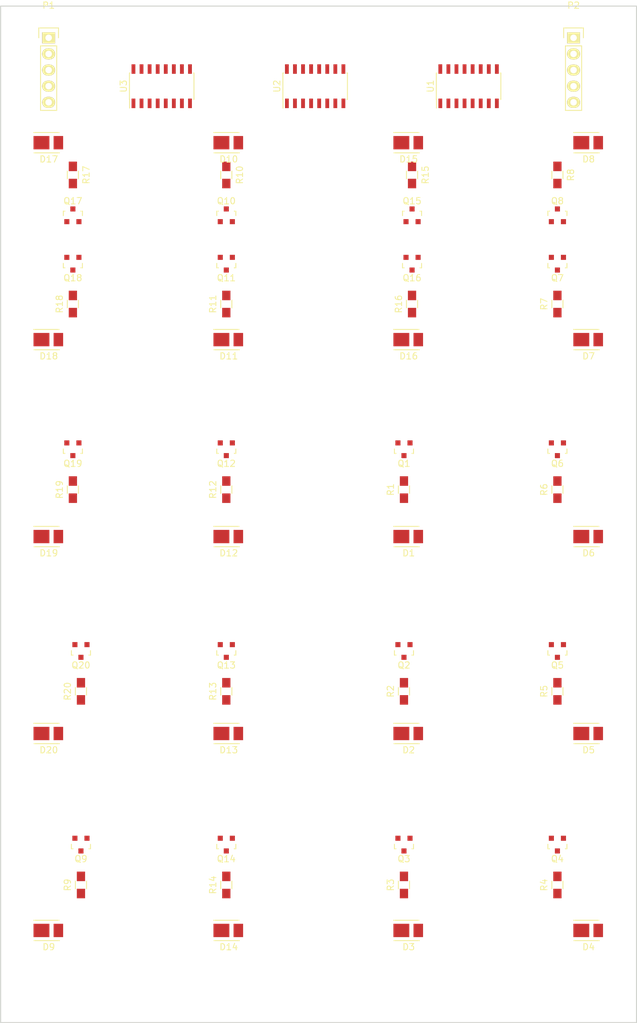
<source format=kicad_pcb>
(kicad_pcb (version 4) (host pcbnew 4.0.4+e1-6308~48~ubuntu14.04.1-stable)

  (general
    (links 126)
    (no_connects 126)
    (area -0.075001 -0.075001 100.075001 160.075001)
    (thickness 1.6)
    (drawings 6)
    (tracks 0)
    (zones 0)
    (modules 65)
    (nets 73)
  )

  (page A4)
  (layers
    (0 F.Cu signal)
    (31 B.Cu signal)
    (32 B.Adhes user)
    (33 F.Adhes user)
    (34 B.Paste user)
    (35 F.Paste user)
    (36 B.SilkS user)
    (37 F.SilkS user)
    (38 B.Mask user)
    (39 F.Mask user)
    (40 Dwgs.User user)
    (41 Cmts.User user)
    (42 Eco1.User user)
    (43 Eco2.User user)
    (44 Edge.Cuts user)
    (45 Margin user)
    (46 B.CrtYd user)
    (47 F.CrtYd user)
    (48 B.Fab user)
    (49 F.Fab user)
  )

  (setup
    (last_trace_width 0.25)
    (trace_clearance 0.2)
    (zone_clearance 0.508)
    (zone_45_only no)
    (trace_min 0.2)
    (segment_width 0.2)
    (edge_width 0.15)
    (via_size 0.6)
    (via_drill 0.4)
    (via_min_size 0.4)
    (via_min_drill 0.3)
    (uvia_size 0.3)
    (uvia_drill 0.1)
    (uvias_allowed no)
    (uvia_min_size 0.2)
    (uvia_min_drill 0.1)
    (pcb_text_width 0.3)
    (pcb_text_size 1.5 1.5)
    (mod_edge_width 0.15)
    (mod_text_size 1 1)
    (mod_text_width 0.15)
    (pad_size 1.524 1.524)
    (pad_drill 0.762)
    (pad_to_mask_clearance 0.2)
    (aux_axis_origin 13.89888 21.5011)
    (grid_origin 13.90142 21.5011)
    (visible_elements FFFFFF7F)
    (pcbplotparams
      (layerselection 0x00030_80000001)
      (usegerberextensions false)
      (excludeedgelayer true)
      (linewidth 0.100000)
      (plotframeref false)
      (viasonmask false)
      (mode 1)
      (useauxorigin false)
      (hpglpennumber 1)
      (hpglpenspeed 20)
      (hpglpendiameter 15)
      (hpglpenoverlay 2)
      (psnegative false)
      (psa4output false)
      (plotreference true)
      (plotvalue true)
      (plotinvisibletext false)
      (padsonsilk false)
      (subtractmaskfromsilk false)
      (outputformat 1)
      (mirror false)
      (drillshape 1)
      (scaleselection 1)
      (outputdirectory ""))
  )

  (net 0 "")
  (net 1 "Net-(D1-Pad1)")
  (net 2 "Net-(D2-Pad1)")
  (net 3 "Net-(D3-Pad1)")
  (net 4 "Net-(D4-Pad1)")
  (net 5 "Net-(D5-Pad1)")
  (net 6 "Net-(D6-Pad1)")
  (net 7 "Net-(D7-Pad1)")
  (net 8 "Net-(D8-Pad1)")
  (net 9 "Net-(P1-Pad1)")
  (net 10 "Net-(P1-Pad2)")
  (net 11 "Net-(P1-Pad3)")
  (net 12 GND)
  (net 13 "Net-(Q1-Pad1)")
  (net 14 "Net-(Q1-Pad3)")
  (net 15 "Net-(U1-Pad9)")
  (net 16 "Net-(U2-Pad9)")
  (net 17 "Net-(U3-Pad5)")
  (net 18 "Net-(U3-Pad6)")
  (net 19 "Net-(U3-Pad7)")
  (net 20 "Net-(Q2-Pad1)")
  (net 21 "Net-(Q2-Pad3)")
  (net 22 "Net-(Q3-Pad1)")
  (net 23 "Net-(Q3-Pad3)")
  (net 24 "Net-(Q4-Pad1)")
  (net 25 "Net-(Q4-Pad3)")
  (net 26 "Net-(Q5-Pad1)")
  (net 27 "Net-(Q5-Pad3)")
  (net 28 "Net-(Q6-Pad1)")
  (net 29 "Net-(Q6-Pad3)")
  (net 30 "Net-(Q7-Pad1)")
  (net 31 "Net-(Q7-Pad3)")
  (net 32 "Net-(Q8-Pad1)")
  (net 33 "Net-(Q8-Pad3)")
  (net 34 +5V)
  (net 35 "Net-(D9-Pad1)")
  (net 36 "Net-(D10-Pad1)")
  (net 37 "Net-(D11-Pad1)")
  (net 38 "Net-(D12-Pad1)")
  (net 39 "Net-(D13-Pad1)")
  (net 40 "Net-(D14-Pad1)")
  (net 41 "Net-(D15-Pad1)")
  (net 42 "Net-(D16-Pad1)")
  (net 43 "Net-(D17-Pad1)")
  (net 44 "Net-(D18-Pad1)")
  (net 45 "Net-(D19-Pad1)")
  (net 46 "Net-(D20-Pad1)")
  (net 47 "Net-(P2-Pad1)")
  (net 48 "Net-(Q9-Pad1)")
  (net 49 "Net-(Q9-Pad3)")
  (net 50 "Net-(Q10-Pad1)")
  (net 51 "Net-(Q10-Pad3)")
  (net 52 "Net-(Q11-Pad1)")
  (net 53 "Net-(Q11-Pad3)")
  (net 54 "Net-(Q12-Pad1)")
  (net 55 "Net-(Q12-Pad3)")
  (net 56 "Net-(Q13-Pad1)")
  (net 57 "Net-(Q13-Pad3)")
  (net 58 "Net-(Q14-Pad1)")
  (net 59 "Net-(Q14-Pad3)")
  (net 60 "Net-(Q15-Pad1)")
  (net 61 "Net-(Q15-Pad3)")
  (net 62 "Net-(Q16-Pad1)")
  (net 63 "Net-(Q16-Pad3)")
  (net 64 "Net-(Q17-Pad1)")
  (net 65 "Net-(Q17-Pad3)")
  (net 66 "Net-(Q18-Pad1)")
  (net 67 "Net-(Q18-Pad3)")
  (net 68 "Net-(Q19-Pad1)")
  (net 69 "Net-(Q19-Pad3)")
  (net 70 "Net-(Q20-Pad1)")
  (net 71 "Net-(Q20-Pad3)")
  (net 72 "Net-(U2-Pad15)")

  (net_class Default "This is the default net class."
    (clearance 0.2)
    (trace_width 0.25)
    (via_dia 0.6)
    (via_drill 0.4)
    (uvia_dia 0.3)
    (uvia_drill 0.1)
    (add_net +5V)
    (add_net GND)
    (add_net "Net-(D1-Pad1)")
    (add_net "Net-(D10-Pad1)")
    (add_net "Net-(D11-Pad1)")
    (add_net "Net-(D12-Pad1)")
    (add_net "Net-(D13-Pad1)")
    (add_net "Net-(D14-Pad1)")
    (add_net "Net-(D15-Pad1)")
    (add_net "Net-(D16-Pad1)")
    (add_net "Net-(D17-Pad1)")
    (add_net "Net-(D18-Pad1)")
    (add_net "Net-(D19-Pad1)")
    (add_net "Net-(D2-Pad1)")
    (add_net "Net-(D20-Pad1)")
    (add_net "Net-(D3-Pad1)")
    (add_net "Net-(D4-Pad1)")
    (add_net "Net-(D5-Pad1)")
    (add_net "Net-(D6-Pad1)")
    (add_net "Net-(D7-Pad1)")
    (add_net "Net-(D8-Pad1)")
    (add_net "Net-(D9-Pad1)")
    (add_net "Net-(P1-Pad1)")
    (add_net "Net-(P1-Pad2)")
    (add_net "Net-(P1-Pad3)")
    (add_net "Net-(P2-Pad1)")
    (add_net "Net-(Q1-Pad1)")
    (add_net "Net-(Q1-Pad3)")
    (add_net "Net-(Q10-Pad1)")
    (add_net "Net-(Q10-Pad3)")
    (add_net "Net-(Q11-Pad1)")
    (add_net "Net-(Q11-Pad3)")
    (add_net "Net-(Q12-Pad1)")
    (add_net "Net-(Q12-Pad3)")
    (add_net "Net-(Q13-Pad1)")
    (add_net "Net-(Q13-Pad3)")
    (add_net "Net-(Q14-Pad1)")
    (add_net "Net-(Q14-Pad3)")
    (add_net "Net-(Q15-Pad1)")
    (add_net "Net-(Q15-Pad3)")
    (add_net "Net-(Q16-Pad1)")
    (add_net "Net-(Q16-Pad3)")
    (add_net "Net-(Q17-Pad1)")
    (add_net "Net-(Q17-Pad3)")
    (add_net "Net-(Q18-Pad1)")
    (add_net "Net-(Q18-Pad3)")
    (add_net "Net-(Q19-Pad1)")
    (add_net "Net-(Q19-Pad3)")
    (add_net "Net-(Q2-Pad1)")
    (add_net "Net-(Q2-Pad3)")
    (add_net "Net-(Q20-Pad1)")
    (add_net "Net-(Q20-Pad3)")
    (add_net "Net-(Q3-Pad1)")
    (add_net "Net-(Q3-Pad3)")
    (add_net "Net-(Q4-Pad1)")
    (add_net "Net-(Q4-Pad3)")
    (add_net "Net-(Q5-Pad1)")
    (add_net "Net-(Q5-Pad3)")
    (add_net "Net-(Q6-Pad1)")
    (add_net "Net-(Q6-Pad3)")
    (add_net "Net-(Q7-Pad1)")
    (add_net "Net-(Q7-Pad3)")
    (add_net "Net-(Q8-Pad1)")
    (add_net "Net-(Q8-Pad3)")
    (add_net "Net-(Q9-Pad1)")
    (add_net "Net-(Q9-Pad3)")
    (add_net "Net-(U1-Pad9)")
    (add_net "Net-(U2-Pad15)")
    (add_net "Net-(U2-Pad9)")
    (add_net "Net-(U3-Pad5)")
    (add_net "Net-(U3-Pad6)")
    (add_net "Net-(U3-Pad7)")
  )

  (module LEDs:LED_PLCC_2835_Handsoldering locked (layer F.Cu) (tedit 575B2B12) (tstamp 57CDC7D7)
    (at 64.15 83.5)
    (descr http://www.everlight.com/file/ProductFile/67-21S-KK2C-H4040QAR32835Z15-2T.pdf)
    (tags LED)
    (path /57CDE33A)
    (attr smd)
    (fp_text reference D1 (at 0.02 2.6) (layer F.SilkS)
      (effects (font (size 1 1) (thickness 0.15)))
    )
    (fp_text value LED (at 0 -2.6) (layer F.Fab)
      (effects (font (size 1 1) (thickness 0.15)))
    )
    (fp_line (start 1.34972 -0.65015) (end 0.89972 -0.65015) (layer F.Fab) (width 0.05))
    (fp_line (start 1.12972 -0.40015) (end 1.12972 -0.90015) (layer F.Fab) (width 0.05))
    (fp_line (start 2.49972 -1.75015) (end 2.49972 1.74985) (layer F.CrtYd) (width 0.05))
    (fp_line (start -2.60028 -1.75015) (end 2.49972 -1.75015) (layer F.CrtYd) (width 0.05))
    (fp_line (start -2.60028 1.74985) (end -2.60028 -1.75015) (layer F.CrtYd) (width 0.05))
    (fp_line (start 2.49972 1.74985) (end -2.60028 1.74985) (layer F.CrtYd) (width 0.05))
    (fp_line (start 1.64972 -1.60015) (end -2.35028 -1.60015) (layer F.SilkS) (width 0.15))
    (fp_line (start 1.69972 1.59985) (end -2.30028 1.59985) (layer F.SilkS) (width 0.15))
    (fp_line (start 1.59972 -0.80015) (end 1.59972 -0.00015) (layer F.Fab) (width 0.05))
    (fp_line (start 1.19972 -1.20015) (end 1.59972 -0.80015) (layer F.Fab) (width 0.05))
    (fp_line (start -1.20028 -1.20015) (end 1.19972 -1.20015) (layer F.Fab) (width 0.05))
    (fp_line (start -1.60028 -0.80015) (end -1.20028 -1.20015) (layer F.Fab) (width 0.05))
    (fp_line (start -1.60028 0.79985) (end -1.60028 -0.80015) (layer F.Fab) (width 0.05))
    (fp_line (start -1.20028 1.19985) (end -1.60028 0.79985) (layer F.Fab) (width 0.05))
    (fp_line (start 1.19972 1.19985) (end -1.20028 1.19985) (layer F.Fab) (width 0.05))
    (fp_line (start 1.59972 0.79985) (end 1.19972 1.19985) (layer F.Fab) (width 0.05))
    (fp_line (start 1.59972 -0.00015) (end 1.59972 0.79985) (layer F.Fab) (width 0.05))
    (fp_line (start 1.74972 -1.40015) (end 1.74972 1.39985) (layer F.Fab) (width 0.05))
    (fp_line (start -1.75028 -1.40015) (end 1.74972 -1.40015) (layer F.Fab) (width 0.05))
    (fp_line (start -1.75028 1.39985) (end -1.75028 -1.40015) (layer F.Fab) (width 0.05))
    (fp_line (start 1.74972 1.39985) (end -1.75028 1.39985) (layer F.Fab) (width 0.05))
    (pad 1 smd rect (at -1.13028 -0.00015 180) (size 2.5 2.1) (layers F.Cu F.Paste F.Mask)
      (net 1 "Net-(D1-Pad1)"))
    (pad 2 smd rect (at 1.52972 -0.00015 180) (size 1.5 2.1) (layers F.Cu F.Paste F.Mask)
      (net 34 +5V))
    (model LEDs.3dshapes/LED_PLCC_2835.wrl
      (at (xyz 0 0 0))
      (scale (xyz 0.4 0.4 0.4))
      (rotate (xyz 0 0 0))
    )
  )

  (module LEDs:LED_PLCC_2835_Handsoldering locked (layer F.Cu) (tedit 575B2B12) (tstamp 57CDC7DD)
    (at 64.15 114.5)
    (descr http://www.everlight.com/file/ProductFile/67-21S-KK2C-H4040QAR32835Z15-2T.pdf)
    (tags LED)
    (path /57CDEF9D)
    (attr smd)
    (fp_text reference D2 (at 0.02 2.6) (layer F.SilkS)
      (effects (font (size 1 1) (thickness 0.15)))
    )
    (fp_text value LED (at 0 -2.6) (layer F.Fab)
      (effects (font (size 1 1) (thickness 0.15)))
    )
    (fp_line (start 1.34972 -0.65015) (end 0.89972 -0.65015) (layer F.Fab) (width 0.05))
    (fp_line (start 1.12972 -0.40015) (end 1.12972 -0.90015) (layer F.Fab) (width 0.05))
    (fp_line (start 2.49972 -1.75015) (end 2.49972 1.74985) (layer F.CrtYd) (width 0.05))
    (fp_line (start -2.60028 -1.75015) (end 2.49972 -1.75015) (layer F.CrtYd) (width 0.05))
    (fp_line (start -2.60028 1.74985) (end -2.60028 -1.75015) (layer F.CrtYd) (width 0.05))
    (fp_line (start 2.49972 1.74985) (end -2.60028 1.74985) (layer F.CrtYd) (width 0.05))
    (fp_line (start 1.64972 -1.60015) (end -2.35028 -1.60015) (layer F.SilkS) (width 0.15))
    (fp_line (start 1.69972 1.59985) (end -2.30028 1.59985) (layer F.SilkS) (width 0.15))
    (fp_line (start 1.59972 -0.80015) (end 1.59972 -0.00015) (layer F.Fab) (width 0.05))
    (fp_line (start 1.19972 -1.20015) (end 1.59972 -0.80015) (layer F.Fab) (width 0.05))
    (fp_line (start -1.20028 -1.20015) (end 1.19972 -1.20015) (layer F.Fab) (width 0.05))
    (fp_line (start -1.60028 -0.80015) (end -1.20028 -1.20015) (layer F.Fab) (width 0.05))
    (fp_line (start -1.60028 0.79985) (end -1.60028 -0.80015) (layer F.Fab) (width 0.05))
    (fp_line (start -1.20028 1.19985) (end -1.60028 0.79985) (layer F.Fab) (width 0.05))
    (fp_line (start 1.19972 1.19985) (end -1.20028 1.19985) (layer F.Fab) (width 0.05))
    (fp_line (start 1.59972 0.79985) (end 1.19972 1.19985) (layer F.Fab) (width 0.05))
    (fp_line (start 1.59972 -0.00015) (end 1.59972 0.79985) (layer F.Fab) (width 0.05))
    (fp_line (start 1.74972 -1.40015) (end 1.74972 1.39985) (layer F.Fab) (width 0.05))
    (fp_line (start -1.75028 -1.40015) (end 1.74972 -1.40015) (layer F.Fab) (width 0.05))
    (fp_line (start -1.75028 1.39985) (end -1.75028 -1.40015) (layer F.Fab) (width 0.05))
    (fp_line (start 1.74972 1.39985) (end -1.75028 1.39985) (layer F.Fab) (width 0.05))
    (pad 1 smd rect (at -1.13028 -0.00015 180) (size 2.5 2.1) (layers F.Cu F.Paste F.Mask)
      (net 2 "Net-(D2-Pad1)"))
    (pad 2 smd rect (at 1.52972 -0.00015 180) (size 1.5 2.1) (layers F.Cu F.Paste F.Mask)
      (net 34 +5V))
    (model LEDs.3dshapes/LED_PLCC_2835.wrl
      (at (xyz 0 0 0))
      (scale (xyz 0.4 0.4 0.4))
      (rotate (xyz 0 0 0))
    )
  )

  (module LEDs:LED_PLCC_2835_Handsoldering locked (layer F.Cu) (tedit 575B2B12) (tstamp 57CDC7E3)
    (at 64.15 145.5)
    (descr http://www.everlight.com/file/ProductFile/67-21S-KK2C-H4040QAR32835Z15-2T.pdf)
    (tags LED)
    (path /57CDF0AE)
    (attr smd)
    (fp_text reference D3 (at 0.02 2.6) (layer F.SilkS)
      (effects (font (size 1 1) (thickness 0.15)))
    )
    (fp_text value LED (at 0 -2.6) (layer F.Fab)
      (effects (font (size 1 1) (thickness 0.15)))
    )
    (fp_line (start 1.34972 -0.65015) (end 0.89972 -0.65015) (layer F.Fab) (width 0.05))
    (fp_line (start 1.12972 -0.40015) (end 1.12972 -0.90015) (layer F.Fab) (width 0.05))
    (fp_line (start 2.49972 -1.75015) (end 2.49972 1.74985) (layer F.CrtYd) (width 0.05))
    (fp_line (start -2.60028 -1.75015) (end 2.49972 -1.75015) (layer F.CrtYd) (width 0.05))
    (fp_line (start -2.60028 1.74985) (end -2.60028 -1.75015) (layer F.CrtYd) (width 0.05))
    (fp_line (start 2.49972 1.74985) (end -2.60028 1.74985) (layer F.CrtYd) (width 0.05))
    (fp_line (start 1.64972 -1.60015) (end -2.35028 -1.60015) (layer F.SilkS) (width 0.15))
    (fp_line (start 1.69972 1.59985) (end -2.30028 1.59985) (layer F.SilkS) (width 0.15))
    (fp_line (start 1.59972 -0.80015) (end 1.59972 -0.00015) (layer F.Fab) (width 0.05))
    (fp_line (start 1.19972 -1.20015) (end 1.59972 -0.80015) (layer F.Fab) (width 0.05))
    (fp_line (start -1.20028 -1.20015) (end 1.19972 -1.20015) (layer F.Fab) (width 0.05))
    (fp_line (start -1.60028 -0.80015) (end -1.20028 -1.20015) (layer F.Fab) (width 0.05))
    (fp_line (start -1.60028 0.79985) (end -1.60028 -0.80015) (layer F.Fab) (width 0.05))
    (fp_line (start -1.20028 1.19985) (end -1.60028 0.79985) (layer F.Fab) (width 0.05))
    (fp_line (start 1.19972 1.19985) (end -1.20028 1.19985) (layer F.Fab) (width 0.05))
    (fp_line (start 1.59972 0.79985) (end 1.19972 1.19985) (layer F.Fab) (width 0.05))
    (fp_line (start 1.59972 -0.00015) (end 1.59972 0.79985) (layer F.Fab) (width 0.05))
    (fp_line (start 1.74972 -1.40015) (end 1.74972 1.39985) (layer F.Fab) (width 0.05))
    (fp_line (start -1.75028 -1.40015) (end 1.74972 -1.40015) (layer F.Fab) (width 0.05))
    (fp_line (start -1.75028 1.39985) (end -1.75028 -1.40015) (layer F.Fab) (width 0.05))
    (fp_line (start 1.74972 1.39985) (end -1.75028 1.39985) (layer F.Fab) (width 0.05))
    (pad 1 smd rect (at -1.13028 -0.00015 180) (size 2.5 2.1) (layers F.Cu F.Paste F.Mask)
      (net 3 "Net-(D3-Pad1)"))
    (pad 2 smd rect (at 1.52972 -0.00015 180) (size 1.5 2.1) (layers F.Cu F.Paste F.Mask)
      (net 34 +5V))
    (model LEDs.3dshapes/LED_PLCC_2835.wrl
      (at (xyz 0 0 0))
      (scale (xyz 0.4 0.4 0.4))
      (rotate (xyz 0 0 0))
    )
  )

  (module LEDs:LED_PLCC_2835_Handsoldering locked (layer F.Cu) (tedit 575B2B12) (tstamp 57CDC7E9)
    (at 92.45 145.5)
    (descr http://www.everlight.com/file/ProductFile/67-21S-KK2C-H4040QAR32835Z15-2T.pdf)
    (tags LED)
    (path /57CDF195)
    (attr smd)
    (fp_text reference D4 (at 0.02 2.6) (layer F.SilkS)
      (effects (font (size 1 1) (thickness 0.15)))
    )
    (fp_text value LED (at 0 -2.6) (layer F.Fab)
      (effects (font (size 1 1) (thickness 0.15)))
    )
    (fp_line (start 1.34972 -0.65015) (end 0.89972 -0.65015) (layer F.Fab) (width 0.05))
    (fp_line (start 1.12972 -0.40015) (end 1.12972 -0.90015) (layer F.Fab) (width 0.05))
    (fp_line (start 2.49972 -1.75015) (end 2.49972 1.74985) (layer F.CrtYd) (width 0.05))
    (fp_line (start -2.60028 -1.75015) (end 2.49972 -1.75015) (layer F.CrtYd) (width 0.05))
    (fp_line (start -2.60028 1.74985) (end -2.60028 -1.75015) (layer F.CrtYd) (width 0.05))
    (fp_line (start 2.49972 1.74985) (end -2.60028 1.74985) (layer F.CrtYd) (width 0.05))
    (fp_line (start 1.64972 -1.60015) (end -2.35028 -1.60015) (layer F.SilkS) (width 0.15))
    (fp_line (start 1.69972 1.59985) (end -2.30028 1.59985) (layer F.SilkS) (width 0.15))
    (fp_line (start 1.59972 -0.80015) (end 1.59972 -0.00015) (layer F.Fab) (width 0.05))
    (fp_line (start 1.19972 -1.20015) (end 1.59972 -0.80015) (layer F.Fab) (width 0.05))
    (fp_line (start -1.20028 -1.20015) (end 1.19972 -1.20015) (layer F.Fab) (width 0.05))
    (fp_line (start -1.60028 -0.80015) (end -1.20028 -1.20015) (layer F.Fab) (width 0.05))
    (fp_line (start -1.60028 0.79985) (end -1.60028 -0.80015) (layer F.Fab) (width 0.05))
    (fp_line (start -1.20028 1.19985) (end -1.60028 0.79985) (layer F.Fab) (width 0.05))
    (fp_line (start 1.19972 1.19985) (end -1.20028 1.19985) (layer F.Fab) (width 0.05))
    (fp_line (start 1.59972 0.79985) (end 1.19972 1.19985) (layer F.Fab) (width 0.05))
    (fp_line (start 1.59972 -0.00015) (end 1.59972 0.79985) (layer F.Fab) (width 0.05))
    (fp_line (start 1.74972 -1.40015) (end 1.74972 1.39985) (layer F.Fab) (width 0.05))
    (fp_line (start -1.75028 -1.40015) (end 1.74972 -1.40015) (layer F.Fab) (width 0.05))
    (fp_line (start -1.75028 1.39985) (end -1.75028 -1.40015) (layer F.Fab) (width 0.05))
    (fp_line (start 1.74972 1.39985) (end -1.75028 1.39985) (layer F.Fab) (width 0.05))
    (pad 1 smd rect (at -1.13028 -0.00015 180) (size 2.5 2.1) (layers F.Cu F.Paste F.Mask)
      (net 4 "Net-(D4-Pad1)"))
    (pad 2 smd rect (at 1.52972 -0.00015 180) (size 1.5 2.1) (layers F.Cu F.Paste F.Mask)
      (net 34 +5V))
    (model LEDs.3dshapes/LED_PLCC_2835.wrl
      (at (xyz 0 0 0))
      (scale (xyz 0.4 0.4 0.4))
      (rotate (xyz 0 0 0))
    )
  )

  (module LEDs:LED_PLCC_2835_Handsoldering locked (layer F.Cu) (tedit 575B2B12) (tstamp 57CDC7EF)
    (at 92.45 114.5)
    (descr http://www.everlight.com/file/ProductFile/67-21S-KK2C-H4040QAR32835Z15-2T.pdf)
    (tags LED)
    (path /57CDF27A)
    (attr smd)
    (fp_text reference D5 (at 0.02 2.6) (layer F.SilkS)
      (effects (font (size 1 1) (thickness 0.15)))
    )
    (fp_text value LED (at 0 -2.6) (layer F.Fab)
      (effects (font (size 1 1) (thickness 0.15)))
    )
    (fp_line (start 1.34972 -0.65015) (end 0.89972 -0.65015) (layer F.Fab) (width 0.05))
    (fp_line (start 1.12972 -0.40015) (end 1.12972 -0.90015) (layer F.Fab) (width 0.05))
    (fp_line (start 2.49972 -1.75015) (end 2.49972 1.74985) (layer F.CrtYd) (width 0.05))
    (fp_line (start -2.60028 -1.75015) (end 2.49972 -1.75015) (layer F.CrtYd) (width 0.05))
    (fp_line (start -2.60028 1.74985) (end -2.60028 -1.75015) (layer F.CrtYd) (width 0.05))
    (fp_line (start 2.49972 1.74985) (end -2.60028 1.74985) (layer F.CrtYd) (width 0.05))
    (fp_line (start 1.64972 -1.60015) (end -2.35028 -1.60015) (layer F.SilkS) (width 0.15))
    (fp_line (start 1.69972 1.59985) (end -2.30028 1.59985) (layer F.SilkS) (width 0.15))
    (fp_line (start 1.59972 -0.80015) (end 1.59972 -0.00015) (layer F.Fab) (width 0.05))
    (fp_line (start 1.19972 -1.20015) (end 1.59972 -0.80015) (layer F.Fab) (width 0.05))
    (fp_line (start -1.20028 -1.20015) (end 1.19972 -1.20015) (layer F.Fab) (width 0.05))
    (fp_line (start -1.60028 -0.80015) (end -1.20028 -1.20015) (layer F.Fab) (width 0.05))
    (fp_line (start -1.60028 0.79985) (end -1.60028 -0.80015) (layer F.Fab) (width 0.05))
    (fp_line (start -1.20028 1.19985) (end -1.60028 0.79985) (layer F.Fab) (width 0.05))
    (fp_line (start 1.19972 1.19985) (end -1.20028 1.19985) (layer F.Fab) (width 0.05))
    (fp_line (start 1.59972 0.79985) (end 1.19972 1.19985) (layer F.Fab) (width 0.05))
    (fp_line (start 1.59972 -0.00015) (end 1.59972 0.79985) (layer F.Fab) (width 0.05))
    (fp_line (start 1.74972 -1.40015) (end 1.74972 1.39985) (layer F.Fab) (width 0.05))
    (fp_line (start -1.75028 -1.40015) (end 1.74972 -1.40015) (layer F.Fab) (width 0.05))
    (fp_line (start -1.75028 1.39985) (end -1.75028 -1.40015) (layer F.Fab) (width 0.05))
    (fp_line (start 1.74972 1.39985) (end -1.75028 1.39985) (layer F.Fab) (width 0.05))
    (pad 1 smd rect (at -1.13028 -0.00015 180) (size 2.5 2.1) (layers F.Cu F.Paste F.Mask)
      (net 5 "Net-(D5-Pad1)"))
    (pad 2 smd rect (at 1.52972 -0.00015 180) (size 1.5 2.1) (layers F.Cu F.Paste F.Mask)
      (net 34 +5V))
    (model LEDs.3dshapes/LED_PLCC_2835.wrl
      (at (xyz 0 0 0))
      (scale (xyz 0.4 0.4 0.4))
      (rotate (xyz 0 0 0))
    )
  )

  (module LEDs:LED_PLCC_2835_Handsoldering locked (layer F.Cu) (tedit 575B2B12) (tstamp 57CDC7F5)
    (at 92.45 83.5)
    (descr http://www.everlight.com/file/ProductFile/67-21S-KK2C-H4040QAR32835Z15-2T.pdf)
    (tags LED)
    (path /57CDF395)
    (attr smd)
    (fp_text reference D6 (at 0.02 2.6) (layer F.SilkS)
      (effects (font (size 1 1) (thickness 0.15)))
    )
    (fp_text value LED (at 0 -2.6) (layer F.Fab)
      (effects (font (size 1 1) (thickness 0.15)))
    )
    (fp_line (start 1.34972 -0.65015) (end 0.89972 -0.65015) (layer F.Fab) (width 0.05))
    (fp_line (start 1.12972 -0.40015) (end 1.12972 -0.90015) (layer F.Fab) (width 0.05))
    (fp_line (start 2.49972 -1.75015) (end 2.49972 1.74985) (layer F.CrtYd) (width 0.05))
    (fp_line (start -2.60028 -1.75015) (end 2.49972 -1.75015) (layer F.CrtYd) (width 0.05))
    (fp_line (start -2.60028 1.74985) (end -2.60028 -1.75015) (layer F.CrtYd) (width 0.05))
    (fp_line (start 2.49972 1.74985) (end -2.60028 1.74985) (layer F.CrtYd) (width 0.05))
    (fp_line (start 1.64972 -1.60015) (end -2.35028 -1.60015) (layer F.SilkS) (width 0.15))
    (fp_line (start 1.69972 1.59985) (end -2.30028 1.59985) (layer F.SilkS) (width 0.15))
    (fp_line (start 1.59972 -0.80015) (end 1.59972 -0.00015) (layer F.Fab) (width 0.05))
    (fp_line (start 1.19972 -1.20015) (end 1.59972 -0.80015) (layer F.Fab) (width 0.05))
    (fp_line (start -1.20028 -1.20015) (end 1.19972 -1.20015) (layer F.Fab) (width 0.05))
    (fp_line (start -1.60028 -0.80015) (end -1.20028 -1.20015) (layer F.Fab) (width 0.05))
    (fp_line (start -1.60028 0.79985) (end -1.60028 -0.80015) (layer F.Fab) (width 0.05))
    (fp_line (start -1.20028 1.19985) (end -1.60028 0.79985) (layer F.Fab) (width 0.05))
    (fp_line (start 1.19972 1.19985) (end -1.20028 1.19985) (layer F.Fab) (width 0.05))
    (fp_line (start 1.59972 0.79985) (end 1.19972 1.19985) (layer F.Fab) (width 0.05))
    (fp_line (start 1.59972 -0.00015) (end 1.59972 0.79985) (layer F.Fab) (width 0.05))
    (fp_line (start 1.74972 -1.40015) (end 1.74972 1.39985) (layer F.Fab) (width 0.05))
    (fp_line (start -1.75028 -1.40015) (end 1.74972 -1.40015) (layer F.Fab) (width 0.05))
    (fp_line (start -1.75028 1.39985) (end -1.75028 -1.40015) (layer F.Fab) (width 0.05))
    (fp_line (start 1.74972 1.39985) (end -1.75028 1.39985) (layer F.Fab) (width 0.05))
    (pad 1 smd rect (at -1.13028 -0.00015 180) (size 2.5 2.1) (layers F.Cu F.Paste F.Mask)
      (net 6 "Net-(D6-Pad1)"))
    (pad 2 smd rect (at 1.52972 -0.00015 180) (size 1.5 2.1) (layers F.Cu F.Paste F.Mask)
      (net 34 +5V))
    (model LEDs.3dshapes/LED_PLCC_2835.wrl
      (at (xyz 0 0 0))
      (scale (xyz 0.4 0.4 0.4))
      (rotate (xyz 0 0 0))
    )
  )

  (module LEDs:LED_PLCC_2835_Handsoldering locked (layer F.Cu) (tedit 575B2B12) (tstamp 57CDC7FB)
    (at 92.45 52.5)
    (descr http://www.everlight.com/file/ProductFile/67-21S-KK2C-H4040QAR32835Z15-2T.pdf)
    (tags LED)
    (path /57CDF46E)
    (attr smd)
    (fp_text reference D7 (at 0.02 2.6) (layer F.SilkS)
      (effects (font (size 1 1) (thickness 0.15)))
    )
    (fp_text value LED (at 0 -2.6) (layer F.Fab)
      (effects (font (size 1 1) (thickness 0.15)))
    )
    (fp_line (start 1.34972 -0.65015) (end 0.89972 -0.65015) (layer F.Fab) (width 0.05))
    (fp_line (start 1.12972 -0.40015) (end 1.12972 -0.90015) (layer F.Fab) (width 0.05))
    (fp_line (start 2.49972 -1.75015) (end 2.49972 1.74985) (layer F.CrtYd) (width 0.05))
    (fp_line (start -2.60028 -1.75015) (end 2.49972 -1.75015) (layer F.CrtYd) (width 0.05))
    (fp_line (start -2.60028 1.74985) (end -2.60028 -1.75015) (layer F.CrtYd) (width 0.05))
    (fp_line (start 2.49972 1.74985) (end -2.60028 1.74985) (layer F.CrtYd) (width 0.05))
    (fp_line (start 1.64972 -1.60015) (end -2.35028 -1.60015) (layer F.SilkS) (width 0.15))
    (fp_line (start 1.69972 1.59985) (end -2.30028 1.59985) (layer F.SilkS) (width 0.15))
    (fp_line (start 1.59972 -0.80015) (end 1.59972 -0.00015) (layer F.Fab) (width 0.05))
    (fp_line (start 1.19972 -1.20015) (end 1.59972 -0.80015) (layer F.Fab) (width 0.05))
    (fp_line (start -1.20028 -1.20015) (end 1.19972 -1.20015) (layer F.Fab) (width 0.05))
    (fp_line (start -1.60028 -0.80015) (end -1.20028 -1.20015) (layer F.Fab) (width 0.05))
    (fp_line (start -1.60028 0.79985) (end -1.60028 -0.80015) (layer F.Fab) (width 0.05))
    (fp_line (start -1.20028 1.19985) (end -1.60028 0.79985) (layer F.Fab) (width 0.05))
    (fp_line (start 1.19972 1.19985) (end -1.20028 1.19985) (layer F.Fab) (width 0.05))
    (fp_line (start 1.59972 0.79985) (end 1.19972 1.19985) (layer F.Fab) (width 0.05))
    (fp_line (start 1.59972 -0.00015) (end 1.59972 0.79985) (layer F.Fab) (width 0.05))
    (fp_line (start 1.74972 -1.40015) (end 1.74972 1.39985) (layer F.Fab) (width 0.05))
    (fp_line (start -1.75028 -1.40015) (end 1.74972 -1.40015) (layer F.Fab) (width 0.05))
    (fp_line (start -1.75028 1.39985) (end -1.75028 -1.40015) (layer F.Fab) (width 0.05))
    (fp_line (start 1.74972 1.39985) (end -1.75028 1.39985) (layer F.Fab) (width 0.05))
    (pad 1 smd rect (at -1.13028 -0.00015 180) (size 2.5 2.1) (layers F.Cu F.Paste F.Mask)
      (net 7 "Net-(D7-Pad1)"))
    (pad 2 smd rect (at 1.52972 -0.00015 180) (size 1.5 2.1) (layers F.Cu F.Paste F.Mask)
      (net 34 +5V))
    (model LEDs.3dshapes/LED_PLCC_2835.wrl
      (at (xyz 0 0 0))
      (scale (xyz 0.4 0.4 0.4))
      (rotate (xyz 0 0 0))
    )
  )

  (module LEDs:LED_PLCC_2835_Handsoldering locked (layer F.Cu) (tedit 575B2B12) (tstamp 57CDC801)
    (at 92.45 21.5)
    (descr http://www.everlight.com/file/ProductFile/67-21S-KK2C-H4040QAR32835Z15-2T.pdf)
    (tags LED)
    (path /57CDF5A9)
    (attr smd)
    (fp_text reference D8 (at 0.02 2.6) (layer F.SilkS)
      (effects (font (size 1 1) (thickness 0.15)))
    )
    (fp_text value LED (at 0 -2.6) (layer F.Fab)
      (effects (font (size 1 1) (thickness 0.15)))
    )
    (fp_line (start 1.34972 -0.65015) (end 0.89972 -0.65015) (layer F.Fab) (width 0.05))
    (fp_line (start 1.12972 -0.40015) (end 1.12972 -0.90015) (layer F.Fab) (width 0.05))
    (fp_line (start 2.49972 -1.75015) (end 2.49972 1.74985) (layer F.CrtYd) (width 0.05))
    (fp_line (start -2.60028 -1.75015) (end 2.49972 -1.75015) (layer F.CrtYd) (width 0.05))
    (fp_line (start -2.60028 1.74985) (end -2.60028 -1.75015) (layer F.CrtYd) (width 0.05))
    (fp_line (start 2.49972 1.74985) (end -2.60028 1.74985) (layer F.CrtYd) (width 0.05))
    (fp_line (start 1.64972 -1.60015) (end -2.35028 -1.60015) (layer F.SilkS) (width 0.15))
    (fp_line (start 1.69972 1.59985) (end -2.30028 1.59985) (layer F.SilkS) (width 0.15))
    (fp_line (start 1.59972 -0.80015) (end 1.59972 -0.00015) (layer F.Fab) (width 0.05))
    (fp_line (start 1.19972 -1.20015) (end 1.59972 -0.80015) (layer F.Fab) (width 0.05))
    (fp_line (start -1.20028 -1.20015) (end 1.19972 -1.20015) (layer F.Fab) (width 0.05))
    (fp_line (start -1.60028 -0.80015) (end -1.20028 -1.20015) (layer F.Fab) (width 0.05))
    (fp_line (start -1.60028 0.79985) (end -1.60028 -0.80015) (layer F.Fab) (width 0.05))
    (fp_line (start -1.20028 1.19985) (end -1.60028 0.79985) (layer F.Fab) (width 0.05))
    (fp_line (start 1.19972 1.19985) (end -1.20028 1.19985) (layer F.Fab) (width 0.05))
    (fp_line (start 1.59972 0.79985) (end 1.19972 1.19985) (layer F.Fab) (width 0.05))
    (fp_line (start 1.59972 -0.00015) (end 1.59972 0.79985) (layer F.Fab) (width 0.05))
    (fp_line (start 1.74972 -1.40015) (end 1.74972 1.39985) (layer F.Fab) (width 0.05))
    (fp_line (start -1.75028 -1.40015) (end 1.74972 -1.40015) (layer F.Fab) (width 0.05))
    (fp_line (start -1.75028 1.39985) (end -1.75028 -1.40015) (layer F.Fab) (width 0.05))
    (fp_line (start 1.74972 1.39985) (end -1.75028 1.39985) (layer F.Fab) (width 0.05))
    (pad 1 smd rect (at -1.13028 -0.00015 180) (size 2.5 2.1) (layers F.Cu F.Paste F.Mask)
      (net 8 "Net-(D8-Pad1)"))
    (pad 2 smd rect (at 1.52972 -0.00015 180) (size 1.5 2.1) (layers F.Cu F.Paste F.Mask)
      (net 34 +5V))
    (model LEDs.3dshapes/LED_PLCC_2835.wrl
      (at (xyz 0 0 0))
      (scale (xyz 0.4 0.4 0.4))
      (rotate (xyz 0 0 0))
    )
  )

  (module Pin_Headers:Pin_Header_Straight_1x05 placed (layer F.Cu) (tedit 54EA0684) (tstamp 57CDC80A)
    (at 7.55 4.99)
    (descr "Through hole pin header")
    (tags "pin header")
    (path /57CDD0FA)
    (fp_text reference P1 (at 0 -5.1) (layer F.SilkS)
      (effects (font (size 1 1) (thickness 0.15)))
    )
    (fp_text value CONN_01X05 (at 0 -3.1) (layer F.Fab)
      (effects (font (size 1 1) (thickness 0.15)))
    )
    (fp_line (start -1.55 0) (end -1.55 -1.55) (layer F.SilkS) (width 0.15))
    (fp_line (start -1.55 -1.55) (end 1.55 -1.55) (layer F.SilkS) (width 0.15))
    (fp_line (start 1.55 -1.55) (end 1.55 0) (layer F.SilkS) (width 0.15))
    (fp_line (start -1.75 -1.75) (end -1.75 11.95) (layer F.CrtYd) (width 0.05))
    (fp_line (start 1.75 -1.75) (end 1.75 11.95) (layer F.CrtYd) (width 0.05))
    (fp_line (start -1.75 -1.75) (end 1.75 -1.75) (layer F.CrtYd) (width 0.05))
    (fp_line (start -1.75 11.95) (end 1.75 11.95) (layer F.CrtYd) (width 0.05))
    (fp_line (start 1.27 1.27) (end 1.27 11.43) (layer F.SilkS) (width 0.15))
    (fp_line (start 1.27 11.43) (end -1.27 11.43) (layer F.SilkS) (width 0.15))
    (fp_line (start -1.27 11.43) (end -1.27 1.27) (layer F.SilkS) (width 0.15))
    (fp_line (start 1.27 1.27) (end -1.27 1.27) (layer F.SilkS) (width 0.15))
    (pad 1 thru_hole rect (at 0 0) (size 2.032 1.7272) (drill 1.016) (layers *.Cu *.Mask F.SilkS)
      (net 9 "Net-(P1-Pad1)"))
    (pad 2 thru_hole oval (at 0 2.54) (size 2.032 1.7272) (drill 1.016) (layers *.Cu *.Mask F.SilkS)
      (net 10 "Net-(P1-Pad2)"))
    (pad 3 thru_hole oval (at 0 5.08) (size 2.032 1.7272) (drill 1.016) (layers *.Cu *.Mask F.SilkS)
      (net 11 "Net-(P1-Pad3)"))
    (pad 4 thru_hole oval (at 0 7.62) (size 2.032 1.7272) (drill 1.016) (layers *.Cu *.Mask F.SilkS)
      (net 34 +5V))
    (pad 5 thru_hole oval (at 0 10.16) (size 2.032 1.7272) (drill 1.016) (layers *.Cu *.Mask F.SilkS)
      (net 12 GND))
    (model Pin_Headers.3dshapes/Pin_Header_Straight_1x05.wrl
      (at (xyz 0 -0.2 0))
      (scale (xyz 1 1 1))
      (rotate (xyz 0 0 90))
    )
  )

  (module TO_SOT_Packages_SMD:SOT-23 placed (layer F.Cu) (tedit 553634F8) (tstamp 57CDC811)
    (at 63.43 69.76 180)
    (descr "SOT-23, Standard")
    (tags SOT-23)
    (path /57CDE0D7)
    (attr smd)
    (fp_text reference Q1 (at 0 -2.25 180) (layer F.SilkS)
      (effects (font (size 1 1) (thickness 0.15)))
    )
    (fp_text value BSS138 (at 0 2.3 180) (layer F.Fab)
      (effects (font (size 1 1) (thickness 0.15)))
    )
    (fp_line (start -1.65 -1.6) (end 1.65 -1.6) (layer F.CrtYd) (width 0.05))
    (fp_line (start 1.65 -1.6) (end 1.65 1.6) (layer F.CrtYd) (width 0.05))
    (fp_line (start 1.65 1.6) (end -1.65 1.6) (layer F.CrtYd) (width 0.05))
    (fp_line (start -1.65 1.6) (end -1.65 -1.6) (layer F.CrtYd) (width 0.05))
    (fp_line (start 1.29916 -0.65024) (end 1.2509 -0.65024) (layer F.SilkS) (width 0.15))
    (fp_line (start -1.49982 0.0508) (end -1.49982 -0.65024) (layer F.SilkS) (width 0.15))
    (fp_line (start -1.49982 -0.65024) (end -1.2509 -0.65024) (layer F.SilkS) (width 0.15))
    (fp_line (start 1.29916 -0.65024) (end 1.49982 -0.65024) (layer F.SilkS) (width 0.15))
    (fp_line (start 1.49982 -0.65024) (end 1.49982 0.0508) (layer F.SilkS) (width 0.15))
    (pad 1 smd rect (at -0.95 1.00076 180) (size 0.8001 0.8001) (layers F.Cu F.Paste F.Mask)
      (net 13 "Net-(Q1-Pad1)"))
    (pad 2 smd rect (at 0.95 1.00076 180) (size 0.8001 0.8001) (layers F.Cu F.Paste F.Mask)
      (net 12 GND))
    (pad 3 smd rect (at 0 -0.99822 180) (size 0.8001 0.8001) (layers F.Cu F.Paste F.Mask)
      (net 14 "Net-(Q1-Pad3)"))
    (model TO_SOT_Packages_SMD.3dshapes/SOT-23.wrl
      (at (xyz 0 0 0))
      (scale (xyz 1 1 1))
      (rotate (xyz 0 0 0))
    )
  )

  (module Resistors_SMD:R_0805_HandSoldering placed (layer F.Cu) (tedit 54189DEE) (tstamp 57CDC817)
    (at 63.43 76.11 90)
    (descr "Resistor SMD 0805, hand soldering")
    (tags "resistor 0805")
    (path /57CDE41B)
    (attr smd)
    (fp_text reference R1 (at 0 -2.1 90) (layer F.SilkS)
      (effects (font (size 1 1) (thickness 0.15)))
    )
    (fp_text value R (at 0 2.1 90) (layer F.Fab)
      (effects (font (size 1 1) (thickness 0.15)))
    )
    (fp_line (start -2.4 -1) (end 2.4 -1) (layer F.CrtYd) (width 0.05))
    (fp_line (start -2.4 1) (end 2.4 1) (layer F.CrtYd) (width 0.05))
    (fp_line (start -2.4 -1) (end -2.4 1) (layer F.CrtYd) (width 0.05))
    (fp_line (start 2.4 -1) (end 2.4 1) (layer F.CrtYd) (width 0.05))
    (fp_line (start 0.6 0.875) (end -0.6 0.875) (layer F.SilkS) (width 0.15))
    (fp_line (start -0.6 -0.875) (end 0.6 -0.875) (layer F.SilkS) (width 0.15))
    (pad 1 smd rect (at -1.35 0 90) (size 1.5 1.3) (layers F.Cu F.Paste F.Mask)
      (net 1 "Net-(D1-Pad1)"))
    (pad 2 smd rect (at 1.35 0 90) (size 1.5 1.3) (layers F.Cu F.Paste F.Mask)
      (net 14 "Net-(Q1-Pad3)"))
    (model Resistors_SMD.3dshapes/R_0805_HandSoldering.wrl
      (at (xyz 0 0 0))
      (scale (xyz 1 1 1))
      (rotate (xyz 0 0 0))
    )
  )

  (module Resistors_SMD:R_0805_HandSoldering placed (layer F.Cu) (tedit 54189DEE) (tstamp 57CDC81D)
    (at 63.43 107.86 90)
    (descr "Resistor SMD 0805, hand soldering")
    (tags "resistor 0805")
    (path /57CDEFA4)
    (attr smd)
    (fp_text reference R2 (at 0 -2.1 90) (layer F.SilkS)
      (effects (font (size 1 1) (thickness 0.15)))
    )
    (fp_text value R (at 0 2.1 90) (layer F.Fab)
      (effects (font (size 1 1) (thickness 0.15)))
    )
    (fp_line (start -2.4 -1) (end 2.4 -1) (layer F.CrtYd) (width 0.05))
    (fp_line (start -2.4 1) (end 2.4 1) (layer F.CrtYd) (width 0.05))
    (fp_line (start -2.4 -1) (end -2.4 1) (layer F.CrtYd) (width 0.05))
    (fp_line (start 2.4 -1) (end 2.4 1) (layer F.CrtYd) (width 0.05))
    (fp_line (start 0.6 0.875) (end -0.6 0.875) (layer F.SilkS) (width 0.15))
    (fp_line (start -0.6 -0.875) (end 0.6 -0.875) (layer F.SilkS) (width 0.15))
    (pad 1 smd rect (at -1.35 0 90) (size 1.5 1.3) (layers F.Cu F.Paste F.Mask)
      (net 2 "Net-(D2-Pad1)"))
    (pad 2 smd rect (at 1.35 0 90) (size 1.5 1.3) (layers F.Cu F.Paste F.Mask)
      (net 21 "Net-(Q2-Pad3)"))
    (model Resistors_SMD.3dshapes/R_0805_HandSoldering.wrl
      (at (xyz 0 0 0))
      (scale (xyz 1 1 1))
      (rotate (xyz 0 0 0))
    )
  )

  (module Resistors_SMD:R_0805_HandSoldering placed (layer F.Cu) (tedit 54189DEE) (tstamp 57CDC823)
    (at 63.43 138.34 90)
    (descr "Resistor SMD 0805, hand soldering")
    (tags "resistor 0805")
    (path /57CDF0B5)
    (attr smd)
    (fp_text reference R3 (at 0 -2.1 90) (layer F.SilkS)
      (effects (font (size 1 1) (thickness 0.15)))
    )
    (fp_text value R (at 0 2.1 90) (layer F.Fab)
      (effects (font (size 1 1) (thickness 0.15)))
    )
    (fp_line (start -2.4 -1) (end 2.4 -1) (layer F.CrtYd) (width 0.05))
    (fp_line (start -2.4 1) (end 2.4 1) (layer F.CrtYd) (width 0.05))
    (fp_line (start -2.4 -1) (end -2.4 1) (layer F.CrtYd) (width 0.05))
    (fp_line (start 2.4 -1) (end 2.4 1) (layer F.CrtYd) (width 0.05))
    (fp_line (start 0.6 0.875) (end -0.6 0.875) (layer F.SilkS) (width 0.15))
    (fp_line (start -0.6 -0.875) (end 0.6 -0.875) (layer F.SilkS) (width 0.15))
    (pad 1 smd rect (at -1.35 0 90) (size 1.5 1.3) (layers F.Cu F.Paste F.Mask)
      (net 3 "Net-(D3-Pad1)"))
    (pad 2 smd rect (at 1.35 0 90) (size 1.5 1.3) (layers F.Cu F.Paste F.Mask)
      (net 23 "Net-(Q3-Pad3)"))
    (model Resistors_SMD.3dshapes/R_0805_HandSoldering.wrl
      (at (xyz 0 0 0))
      (scale (xyz 1 1 1))
      (rotate (xyz 0 0 0))
    )
  )

  (module Resistors_SMD:R_0805_HandSoldering placed (layer F.Cu) (tedit 54189DEE) (tstamp 57CDC829)
    (at 87.56 138.34 90)
    (descr "Resistor SMD 0805, hand soldering")
    (tags "resistor 0805")
    (path /57CDF19C)
    (attr smd)
    (fp_text reference R4 (at 0 -2.1 90) (layer F.SilkS)
      (effects (font (size 1 1) (thickness 0.15)))
    )
    (fp_text value R (at 0 2.1 90) (layer F.Fab)
      (effects (font (size 1 1) (thickness 0.15)))
    )
    (fp_line (start -2.4 -1) (end 2.4 -1) (layer F.CrtYd) (width 0.05))
    (fp_line (start -2.4 1) (end 2.4 1) (layer F.CrtYd) (width 0.05))
    (fp_line (start -2.4 -1) (end -2.4 1) (layer F.CrtYd) (width 0.05))
    (fp_line (start 2.4 -1) (end 2.4 1) (layer F.CrtYd) (width 0.05))
    (fp_line (start 0.6 0.875) (end -0.6 0.875) (layer F.SilkS) (width 0.15))
    (fp_line (start -0.6 -0.875) (end 0.6 -0.875) (layer F.SilkS) (width 0.15))
    (pad 1 smd rect (at -1.35 0 90) (size 1.5 1.3) (layers F.Cu F.Paste F.Mask)
      (net 4 "Net-(D4-Pad1)"))
    (pad 2 smd rect (at 1.35 0 90) (size 1.5 1.3) (layers F.Cu F.Paste F.Mask)
      (net 25 "Net-(Q4-Pad3)"))
    (model Resistors_SMD.3dshapes/R_0805_HandSoldering.wrl
      (at (xyz 0 0 0))
      (scale (xyz 1 1 1))
      (rotate (xyz 0 0 0))
    )
  )

  (module Resistors_SMD:R_0805_HandSoldering placed (layer F.Cu) (tedit 54189DEE) (tstamp 57CDC82F)
    (at 87.56142 107.8611 90)
    (descr "Resistor SMD 0805, hand soldering")
    (tags "resistor 0805")
    (path /57CDF281)
    (attr smd)
    (fp_text reference R5 (at 0 -2.1 90) (layer F.SilkS)
      (effects (font (size 1 1) (thickness 0.15)))
    )
    (fp_text value R (at 0 2.1 90) (layer F.Fab)
      (effects (font (size 1 1) (thickness 0.15)))
    )
    (fp_line (start -2.4 -1) (end 2.4 -1) (layer F.CrtYd) (width 0.05))
    (fp_line (start -2.4 1) (end 2.4 1) (layer F.CrtYd) (width 0.05))
    (fp_line (start -2.4 -1) (end -2.4 1) (layer F.CrtYd) (width 0.05))
    (fp_line (start 2.4 -1) (end 2.4 1) (layer F.CrtYd) (width 0.05))
    (fp_line (start 0.6 0.875) (end -0.6 0.875) (layer F.SilkS) (width 0.15))
    (fp_line (start -0.6 -0.875) (end 0.6 -0.875) (layer F.SilkS) (width 0.15))
    (pad 1 smd rect (at -1.35 0 90) (size 1.5 1.3) (layers F.Cu F.Paste F.Mask)
      (net 5 "Net-(D5-Pad1)"))
    (pad 2 smd rect (at 1.35 0 90) (size 1.5 1.3) (layers F.Cu F.Paste F.Mask)
      (net 27 "Net-(Q5-Pad3)"))
    (model Resistors_SMD.3dshapes/R_0805_HandSoldering.wrl
      (at (xyz 0 0 0))
      (scale (xyz 1 1 1))
      (rotate (xyz 0 0 0))
    )
  )

  (module Resistors_SMD:R_0805_HandSoldering placed (layer F.Cu) (tedit 54189DEE) (tstamp 57CDC835)
    (at 87.56142 76.1111 90)
    (descr "Resistor SMD 0805, hand soldering")
    (tags "resistor 0805")
    (path /57CDF39C)
    (attr smd)
    (fp_text reference R6 (at 0 -2.1 90) (layer F.SilkS)
      (effects (font (size 1 1) (thickness 0.15)))
    )
    (fp_text value R (at 0 2.1 90) (layer F.Fab)
      (effects (font (size 1 1) (thickness 0.15)))
    )
    (fp_line (start -2.4 -1) (end 2.4 -1) (layer F.CrtYd) (width 0.05))
    (fp_line (start -2.4 1) (end 2.4 1) (layer F.CrtYd) (width 0.05))
    (fp_line (start -2.4 -1) (end -2.4 1) (layer F.CrtYd) (width 0.05))
    (fp_line (start 2.4 -1) (end 2.4 1) (layer F.CrtYd) (width 0.05))
    (fp_line (start 0.6 0.875) (end -0.6 0.875) (layer F.SilkS) (width 0.15))
    (fp_line (start -0.6 -0.875) (end 0.6 -0.875) (layer F.SilkS) (width 0.15))
    (pad 1 smd rect (at -1.35 0 90) (size 1.5 1.3) (layers F.Cu F.Paste F.Mask)
      (net 6 "Net-(D6-Pad1)"))
    (pad 2 smd rect (at 1.35 0 90) (size 1.5 1.3) (layers F.Cu F.Paste F.Mask)
      (net 29 "Net-(Q6-Pad3)"))
    (model Resistors_SMD.3dshapes/R_0805_HandSoldering.wrl
      (at (xyz 0 0 0))
      (scale (xyz 1 1 1))
      (rotate (xyz 0 0 0))
    )
  )

  (module Resistors_SMD:R_0805_HandSoldering placed (layer F.Cu) (tedit 54189DEE) (tstamp 57CDC83B)
    (at 87.56142 46.9011 90)
    (descr "Resistor SMD 0805, hand soldering")
    (tags "resistor 0805")
    (path /57CDF475)
    (attr smd)
    (fp_text reference R7 (at 0 -2.1 90) (layer F.SilkS)
      (effects (font (size 1 1) (thickness 0.15)))
    )
    (fp_text value R (at 0 2.1 90) (layer F.Fab)
      (effects (font (size 1 1) (thickness 0.15)))
    )
    (fp_line (start -2.4 -1) (end 2.4 -1) (layer F.CrtYd) (width 0.05))
    (fp_line (start -2.4 1) (end 2.4 1) (layer F.CrtYd) (width 0.05))
    (fp_line (start -2.4 -1) (end -2.4 1) (layer F.CrtYd) (width 0.05))
    (fp_line (start 2.4 -1) (end 2.4 1) (layer F.CrtYd) (width 0.05))
    (fp_line (start 0.6 0.875) (end -0.6 0.875) (layer F.SilkS) (width 0.15))
    (fp_line (start -0.6 -0.875) (end 0.6 -0.875) (layer F.SilkS) (width 0.15))
    (pad 1 smd rect (at -1.35 0 90) (size 1.5 1.3) (layers F.Cu F.Paste F.Mask)
      (net 7 "Net-(D7-Pad1)"))
    (pad 2 smd rect (at 1.35 0 90) (size 1.5 1.3) (layers F.Cu F.Paste F.Mask)
      (net 31 "Net-(Q7-Pad3)"))
    (model Resistors_SMD.3dshapes/R_0805_HandSoldering.wrl
      (at (xyz 0 0 0))
      (scale (xyz 1 1 1))
      (rotate (xyz 0 0 0))
    )
  )

  (module Resistors_SMD:R_0805_HandSoldering placed (layer F.Cu) (tedit 54189DEE) (tstamp 57CDC841)
    (at 87.56142 26.5811 270)
    (descr "Resistor SMD 0805, hand soldering")
    (tags "resistor 0805")
    (path /57CDF5B0)
    (attr smd)
    (fp_text reference R8 (at 0 -2.1 270) (layer F.SilkS)
      (effects (font (size 1 1) (thickness 0.15)))
    )
    (fp_text value R (at 0 2.1 270) (layer F.Fab)
      (effects (font (size 1 1) (thickness 0.15)))
    )
    (fp_line (start -2.4 -1) (end 2.4 -1) (layer F.CrtYd) (width 0.05))
    (fp_line (start -2.4 1) (end 2.4 1) (layer F.CrtYd) (width 0.05))
    (fp_line (start -2.4 -1) (end -2.4 1) (layer F.CrtYd) (width 0.05))
    (fp_line (start 2.4 -1) (end 2.4 1) (layer F.CrtYd) (width 0.05))
    (fp_line (start 0.6 0.875) (end -0.6 0.875) (layer F.SilkS) (width 0.15))
    (fp_line (start -0.6 -0.875) (end 0.6 -0.875) (layer F.SilkS) (width 0.15))
    (pad 1 smd rect (at -1.35 0 270) (size 1.5 1.3) (layers F.Cu F.Paste F.Mask)
      (net 8 "Net-(D8-Pad1)"))
    (pad 2 smd rect (at 1.35 0 270) (size 1.5 1.3) (layers F.Cu F.Paste F.Mask)
      (net 33 "Net-(Q8-Pad3)"))
    (model Resistors_SMD.3dshapes/R_0805_HandSoldering.wrl
      (at (xyz 0 0 0))
      (scale (xyz 1 1 1))
      (rotate (xyz 0 0 0))
    )
  )

  (module Housings_SOIC:SOIC-16_3.9x9.9mm_Pitch1.27mm placed (layer F.Cu) (tedit 574D979F) (tstamp 57CDC855)
    (at 73.59142 12.6111 90)
    (descr "16-Lead Plastic Small Outline (SL) - Narrow, 3.90 mm Body [SOIC] (see Microchip Packaging Specification 00000049BS.pdf)")
    (tags "SOIC 1.27")
    (path /57CDBDB7)
    (attr smd)
    (fp_text reference U1 (at 0 -6 90) (layer F.SilkS)
      (effects (font (size 1 1) (thickness 0.15)))
    )
    (fp_text value 74HC595 (at 0 6 90) (layer F.Fab)
      (effects (font (size 1 1) (thickness 0.15)))
    )
    (fp_circle (center -1.25 -4.25) (end -1.5 -4.25) (layer F.Fab) (width 0.15))
    (fp_line (start -1.95 -4.95) (end -1.95 4.95) (layer F.Fab) (width 0.15))
    (fp_line (start 1.95 -4.95) (end -1.95 -4.95) (layer F.Fab) (width 0.15))
    (fp_line (start 1.95 4.95) (end 1.95 -4.95) (layer F.Fab) (width 0.15))
    (fp_line (start -1.95 4.95) (end 1.95 4.95) (layer F.Fab) (width 0.15))
    (fp_line (start -3.7 -5.25) (end -3.7 5.25) (layer F.CrtYd) (width 0.05))
    (fp_line (start 3.7 -5.25) (end 3.7 5.25) (layer F.CrtYd) (width 0.05))
    (fp_line (start -3.7 -5.25) (end 3.7 -5.25) (layer F.CrtYd) (width 0.05))
    (fp_line (start -3.7 5.25) (end 3.7 5.25) (layer F.CrtYd) (width 0.05))
    (fp_line (start -2.075 -5.075) (end -2.075 -5.05) (layer F.SilkS) (width 0.15))
    (fp_line (start 2.075 -5.075) (end 2.075 -4.97) (layer F.SilkS) (width 0.15))
    (fp_line (start 2.075 5.075) (end 2.075 4.97) (layer F.SilkS) (width 0.15))
    (fp_line (start -2.075 5.075) (end -2.075 4.97) (layer F.SilkS) (width 0.15))
    (fp_line (start -2.075 -5.075) (end 2.075 -5.075) (layer F.SilkS) (width 0.15))
    (fp_line (start -2.075 5.075) (end 2.075 5.075) (layer F.SilkS) (width 0.15))
    (fp_line (start -2.075 -5.05) (end -3.45 -5.05) (layer F.SilkS) (width 0.15))
    (pad 1 smd rect (at -2.7 -4.445 90) (size 1.5 0.6) (layers F.Cu F.Paste F.Mask)
      (net 20 "Net-(Q2-Pad1)"))
    (pad 2 smd rect (at -2.7 -3.175 90) (size 1.5 0.6) (layers F.Cu F.Paste F.Mask)
      (net 22 "Net-(Q3-Pad1)"))
    (pad 3 smd rect (at -2.7 -1.905 90) (size 1.5 0.6) (layers F.Cu F.Paste F.Mask)
      (net 24 "Net-(Q4-Pad1)"))
    (pad 4 smd rect (at -2.7 -0.635 90) (size 1.5 0.6) (layers F.Cu F.Paste F.Mask)
      (net 26 "Net-(Q5-Pad1)"))
    (pad 5 smd rect (at -2.7 0.635 90) (size 1.5 0.6) (layers F.Cu F.Paste F.Mask)
      (net 28 "Net-(Q6-Pad1)"))
    (pad 6 smd rect (at -2.7 1.905 90) (size 1.5 0.6) (layers F.Cu F.Paste F.Mask)
      (net 30 "Net-(Q7-Pad1)"))
    (pad 7 smd rect (at -2.7 3.175 90) (size 1.5 0.6) (layers F.Cu F.Paste F.Mask)
      (net 32 "Net-(Q8-Pad1)"))
    (pad 8 smd rect (at -2.7 4.445 90) (size 1.5 0.6) (layers F.Cu F.Paste F.Mask)
      (net 12 GND))
    (pad 9 smd rect (at 2.7 4.445 90) (size 1.5 0.6) (layers F.Cu F.Paste F.Mask)
      (net 15 "Net-(U1-Pad9)"))
    (pad 10 smd rect (at 2.7 3.175 90) (size 1.5 0.6) (layers F.Cu F.Paste F.Mask)
      (net 34 +5V))
    (pad 11 smd rect (at 2.7 1.905 90) (size 1.5 0.6) (layers F.Cu F.Paste F.Mask)
      (net 11 "Net-(P1-Pad3)"))
    (pad 12 smd rect (at 2.7 0.635 90) (size 1.5 0.6) (layers F.Cu F.Paste F.Mask)
      (net 10 "Net-(P1-Pad2)"))
    (pad 13 smd rect (at 2.7 -0.635 90) (size 1.5 0.6) (layers F.Cu F.Paste F.Mask)
      (net 12 GND))
    (pad 14 smd rect (at 2.7 -1.905 90) (size 1.5 0.6) (layers F.Cu F.Paste F.Mask)
      (net 9 "Net-(P1-Pad1)"))
    (pad 15 smd rect (at 2.7 -3.175 90) (size 1.5 0.6) (layers F.Cu F.Paste F.Mask)
      (net 13 "Net-(Q1-Pad1)"))
    (pad 16 smd rect (at 2.7 -4.445 90) (size 1.5 0.6) (layers F.Cu F.Paste F.Mask)
      (net 34 +5V))
    (model Housings_SOIC.3dshapes/SOIC-16_3.9x9.9mm_Pitch1.27mm.wrl
      (at (xyz 0 0 0))
      (scale (xyz 1 1 1))
      (rotate (xyz 0 0 0))
    )
  )

  (module Housings_SOIC:SOIC-16_3.9x9.9mm_Pitch1.27mm placed (layer F.Cu) (tedit 574D979F) (tstamp 57CDC869)
    (at 49.46142 12.6111 90)
    (descr "16-Lead Plastic Small Outline (SL) - Narrow, 3.90 mm Body [SOIC] (see Microchip Packaging Specification 00000049BS.pdf)")
    (tags "SOIC 1.27")
    (path /57CDB699)
    (attr smd)
    (fp_text reference U2 (at 0 -6 90) (layer F.SilkS)
      (effects (font (size 1 1) (thickness 0.15)))
    )
    (fp_text value 74HC595 (at 0 6 90) (layer F.Fab)
      (effects (font (size 1 1) (thickness 0.15)))
    )
    (fp_circle (center -1.25 -4.25) (end -1.5 -4.25) (layer F.Fab) (width 0.15))
    (fp_line (start -1.95 -4.95) (end -1.95 4.95) (layer F.Fab) (width 0.15))
    (fp_line (start 1.95 -4.95) (end -1.95 -4.95) (layer F.Fab) (width 0.15))
    (fp_line (start 1.95 4.95) (end 1.95 -4.95) (layer F.Fab) (width 0.15))
    (fp_line (start -1.95 4.95) (end 1.95 4.95) (layer F.Fab) (width 0.15))
    (fp_line (start -3.7 -5.25) (end -3.7 5.25) (layer F.CrtYd) (width 0.05))
    (fp_line (start 3.7 -5.25) (end 3.7 5.25) (layer F.CrtYd) (width 0.05))
    (fp_line (start -3.7 -5.25) (end 3.7 -5.25) (layer F.CrtYd) (width 0.05))
    (fp_line (start -3.7 5.25) (end 3.7 5.25) (layer F.CrtYd) (width 0.05))
    (fp_line (start -2.075 -5.075) (end -2.075 -5.05) (layer F.SilkS) (width 0.15))
    (fp_line (start 2.075 -5.075) (end 2.075 -4.97) (layer F.SilkS) (width 0.15))
    (fp_line (start 2.075 5.075) (end 2.075 4.97) (layer F.SilkS) (width 0.15))
    (fp_line (start -2.075 5.075) (end -2.075 4.97) (layer F.SilkS) (width 0.15))
    (fp_line (start -2.075 -5.075) (end 2.075 -5.075) (layer F.SilkS) (width 0.15))
    (fp_line (start -2.075 5.075) (end 2.075 5.075) (layer F.SilkS) (width 0.15))
    (fp_line (start -2.075 -5.05) (end -3.45 -5.05) (layer F.SilkS) (width 0.15))
    (pad 1 smd rect (at -2.7 -4.445 90) (size 1.5 0.6) (layers F.Cu F.Paste F.Mask)
      (net 50 "Net-(Q10-Pad1)"))
    (pad 2 smd rect (at -2.7 -3.175 90) (size 1.5 0.6) (layers F.Cu F.Paste F.Mask)
      (net 52 "Net-(Q11-Pad1)"))
    (pad 3 smd rect (at -2.7 -1.905 90) (size 1.5 0.6) (layers F.Cu F.Paste F.Mask)
      (net 54 "Net-(Q12-Pad1)"))
    (pad 4 smd rect (at -2.7 -0.635 90) (size 1.5 0.6) (layers F.Cu F.Paste F.Mask)
      (net 56 "Net-(Q13-Pad1)"))
    (pad 5 smd rect (at -2.7 0.635 90) (size 1.5 0.6) (layers F.Cu F.Paste F.Mask)
      (net 58 "Net-(Q14-Pad1)"))
    (pad 6 smd rect (at -2.7 1.905 90) (size 1.5 0.6) (layers F.Cu F.Paste F.Mask)
      (net 62 "Net-(Q16-Pad1)"))
    (pad 7 smd rect (at -2.7 3.175 90) (size 1.5 0.6) (layers F.Cu F.Paste F.Mask)
      (net 60 "Net-(Q15-Pad1)"))
    (pad 8 smd rect (at -2.7 4.445 90) (size 1.5 0.6) (layers F.Cu F.Paste F.Mask)
      (net 12 GND))
    (pad 9 smd rect (at 2.7 4.445 90) (size 1.5 0.6) (layers F.Cu F.Paste F.Mask)
      (net 16 "Net-(U2-Pad9)"))
    (pad 10 smd rect (at 2.7 3.175 90) (size 1.5 0.6) (layers F.Cu F.Paste F.Mask)
      (net 34 +5V))
    (pad 11 smd rect (at 2.7 1.905 90) (size 1.5 0.6) (layers F.Cu F.Paste F.Mask)
      (net 11 "Net-(P1-Pad3)"))
    (pad 12 smd rect (at 2.7 0.635 90) (size 1.5 0.6) (layers F.Cu F.Paste F.Mask)
      (net 10 "Net-(P1-Pad2)"))
    (pad 13 smd rect (at 2.7 -0.635 90) (size 1.5 0.6) (layers F.Cu F.Paste F.Mask)
      (net 12 GND))
    (pad 14 smd rect (at 2.7 -1.905 90) (size 1.5 0.6) (layers F.Cu F.Paste F.Mask)
      (net 15 "Net-(U1-Pad9)"))
    (pad 15 smd rect (at 2.7 -3.175 90) (size 1.5 0.6) (layers F.Cu F.Paste F.Mask)
      (net 72 "Net-(U2-Pad15)"))
    (pad 16 smd rect (at 2.7 -4.445 90) (size 1.5 0.6) (layers F.Cu F.Paste F.Mask)
      (net 34 +5V))
    (model Housings_SOIC.3dshapes/SOIC-16_3.9x9.9mm_Pitch1.27mm.wrl
      (at (xyz 0 0 0))
      (scale (xyz 1 1 1))
      (rotate (xyz 0 0 0))
    )
  )

  (module Housings_SOIC:SOIC-16_3.9x9.9mm_Pitch1.27mm placed (layer F.Cu) (tedit 574D979F) (tstamp 57CDC87D)
    (at 25.33142 12.6111 90)
    (descr "16-Lead Plastic Small Outline (SL) - Narrow, 3.90 mm Body [SOIC] (see Microchip Packaging Specification 00000049BS.pdf)")
    (tags "SOIC 1.27")
    (path /57CDBE44)
    (attr smd)
    (fp_text reference U3 (at 0 -6 90) (layer F.SilkS)
      (effects (font (size 1 1) (thickness 0.15)))
    )
    (fp_text value 74HC595 (at 0 6 90) (layer F.Fab)
      (effects (font (size 1 1) (thickness 0.15)))
    )
    (fp_circle (center -1.25 -4.25) (end -1.5 -4.25) (layer F.Fab) (width 0.15))
    (fp_line (start -1.95 -4.95) (end -1.95 4.95) (layer F.Fab) (width 0.15))
    (fp_line (start 1.95 -4.95) (end -1.95 -4.95) (layer F.Fab) (width 0.15))
    (fp_line (start 1.95 4.95) (end 1.95 -4.95) (layer F.Fab) (width 0.15))
    (fp_line (start -1.95 4.95) (end 1.95 4.95) (layer F.Fab) (width 0.15))
    (fp_line (start -3.7 -5.25) (end -3.7 5.25) (layer F.CrtYd) (width 0.05))
    (fp_line (start 3.7 -5.25) (end 3.7 5.25) (layer F.CrtYd) (width 0.05))
    (fp_line (start -3.7 -5.25) (end 3.7 -5.25) (layer F.CrtYd) (width 0.05))
    (fp_line (start -3.7 5.25) (end 3.7 5.25) (layer F.CrtYd) (width 0.05))
    (fp_line (start -2.075 -5.075) (end -2.075 -5.05) (layer F.SilkS) (width 0.15))
    (fp_line (start 2.075 -5.075) (end 2.075 -4.97) (layer F.SilkS) (width 0.15))
    (fp_line (start 2.075 5.075) (end 2.075 4.97) (layer F.SilkS) (width 0.15))
    (fp_line (start -2.075 5.075) (end -2.075 4.97) (layer F.SilkS) (width 0.15))
    (fp_line (start -2.075 -5.075) (end 2.075 -5.075) (layer F.SilkS) (width 0.15))
    (fp_line (start -2.075 5.075) (end 2.075 5.075) (layer F.SilkS) (width 0.15))
    (fp_line (start -2.075 -5.05) (end -3.45 -5.05) (layer F.SilkS) (width 0.15))
    (pad 1 smd rect (at -2.7 -4.445 90) (size 1.5 0.6) (layers F.Cu F.Paste F.Mask)
      (net 66 "Net-(Q18-Pad1)"))
    (pad 2 smd rect (at -2.7 -3.175 90) (size 1.5 0.6) (layers F.Cu F.Paste F.Mask)
      (net 68 "Net-(Q19-Pad1)"))
    (pad 3 smd rect (at -2.7 -1.905 90) (size 1.5 0.6) (layers F.Cu F.Paste F.Mask)
      (net 70 "Net-(Q20-Pad1)"))
    (pad 4 smd rect (at -2.7 -0.635 90) (size 1.5 0.6) (layers F.Cu F.Paste F.Mask)
      (net 48 "Net-(Q9-Pad1)"))
    (pad 5 smd rect (at -2.7 0.635 90) (size 1.5 0.6) (layers F.Cu F.Paste F.Mask)
      (net 17 "Net-(U3-Pad5)"))
    (pad 6 smd rect (at -2.7 1.905 90) (size 1.5 0.6) (layers F.Cu F.Paste F.Mask)
      (net 18 "Net-(U3-Pad6)"))
    (pad 7 smd rect (at -2.7 3.175 90) (size 1.5 0.6) (layers F.Cu F.Paste F.Mask)
      (net 19 "Net-(U3-Pad7)"))
    (pad 8 smd rect (at -2.7 4.445 90) (size 1.5 0.6) (layers F.Cu F.Paste F.Mask)
      (net 12 GND))
    (pad 9 smd rect (at 2.7 4.445 90) (size 1.5 0.6) (layers F.Cu F.Paste F.Mask)
      (net 47 "Net-(P2-Pad1)"))
    (pad 10 smd rect (at 2.7 3.175 90) (size 1.5 0.6) (layers F.Cu F.Paste F.Mask)
      (net 34 +5V))
    (pad 11 smd rect (at 2.7 1.905 90) (size 1.5 0.6) (layers F.Cu F.Paste F.Mask)
      (net 11 "Net-(P1-Pad3)"))
    (pad 12 smd rect (at 2.7 0.635 90) (size 1.5 0.6) (layers F.Cu F.Paste F.Mask)
      (net 10 "Net-(P1-Pad2)"))
    (pad 13 smd rect (at 2.7 -0.635 90) (size 1.5 0.6) (layers F.Cu F.Paste F.Mask)
      (net 12 GND))
    (pad 14 smd rect (at 2.7 -1.905 90) (size 1.5 0.6) (layers F.Cu F.Paste F.Mask)
      (net 16 "Net-(U2-Pad9)"))
    (pad 15 smd rect (at 2.7 -3.175 90) (size 1.5 0.6) (layers F.Cu F.Paste F.Mask)
      (net 64 "Net-(Q17-Pad1)"))
    (pad 16 smd rect (at 2.7 -4.445 90) (size 1.5 0.6) (layers F.Cu F.Paste F.Mask)
      (net 34 +5V))
    (model Housings_SOIC.3dshapes/SOIC-16_3.9x9.9mm_Pitch1.27mm.wrl
      (at (xyz 0 0 0))
      (scale (xyz 1 1 1))
      (rotate (xyz 0 0 0))
    )
  )

  (module TO_SOT_Packages_SMD:SOT-23 placed (layer F.Cu) (tedit 553634F8) (tstamp 57D067B8)
    (at 63.43 101.51 180)
    (descr "SOT-23, Standard")
    (tags SOT-23)
    (path /57D071EC)
    (attr smd)
    (fp_text reference Q2 (at 0 -2.25 180) (layer F.SilkS)
      (effects (font (size 1 1) (thickness 0.15)))
    )
    (fp_text value BSS138 (at 0 2.3 180) (layer F.Fab)
      (effects (font (size 1 1) (thickness 0.15)))
    )
    (fp_line (start -1.65 -1.6) (end 1.65 -1.6) (layer F.CrtYd) (width 0.05))
    (fp_line (start 1.65 -1.6) (end 1.65 1.6) (layer F.CrtYd) (width 0.05))
    (fp_line (start 1.65 1.6) (end -1.65 1.6) (layer F.CrtYd) (width 0.05))
    (fp_line (start -1.65 1.6) (end -1.65 -1.6) (layer F.CrtYd) (width 0.05))
    (fp_line (start 1.29916 -0.65024) (end 1.2509 -0.65024) (layer F.SilkS) (width 0.15))
    (fp_line (start -1.49982 0.0508) (end -1.49982 -0.65024) (layer F.SilkS) (width 0.15))
    (fp_line (start -1.49982 -0.65024) (end -1.2509 -0.65024) (layer F.SilkS) (width 0.15))
    (fp_line (start 1.29916 -0.65024) (end 1.49982 -0.65024) (layer F.SilkS) (width 0.15))
    (fp_line (start 1.49982 -0.65024) (end 1.49982 0.0508) (layer F.SilkS) (width 0.15))
    (pad 1 smd rect (at -0.95 1.00076 180) (size 0.8001 0.8001) (layers F.Cu F.Paste F.Mask)
      (net 20 "Net-(Q2-Pad1)"))
    (pad 2 smd rect (at 0.95 1.00076 180) (size 0.8001 0.8001) (layers F.Cu F.Paste F.Mask)
      (net 12 GND))
    (pad 3 smd rect (at 0 -0.99822 180) (size 0.8001 0.8001) (layers F.Cu F.Paste F.Mask)
      (net 21 "Net-(Q2-Pad3)"))
    (model TO_SOT_Packages_SMD.3dshapes/SOT-23.wrl
      (at (xyz 0 0 0))
      (scale (xyz 1 1 1))
      (rotate (xyz 0 0 0))
    )
  )

  (module TO_SOT_Packages_SMD:SOT-23 placed (layer F.Cu) (tedit 553634F8) (tstamp 57D067C8)
    (at 63.43 131.99 180)
    (descr "SOT-23, Standard")
    (tags SOT-23)
    (path /57D0728E)
    (attr smd)
    (fp_text reference Q3 (at 0 -2.25 180) (layer F.SilkS)
      (effects (font (size 1 1) (thickness 0.15)))
    )
    (fp_text value BSS138 (at 0 2.3 180) (layer F.Fab)
      (effects (font (size 1 1) (thickness 0.15)))
    )
    (fp_line (start -1.65 -1.6) (end 1.65 -1.6) (layer F.CrtYd) (width 0.05))
    (fp_line (start 1.65 -1.6) (end 1.65 1.6) (layer F.CrtYd) (width 0.05))
    (fp_line (start 1.65 1.6) (end -1.65 1.6) (layer F.CrtYd) (width 0.05))
    (fp_line (start -1.65 1.6) (end -1.65 -1.6) (layer F.CrtYd) (width 0.05))
    (fp_line (start 1.29916 -0.65024) (end 1.2509 -0.65024) (layer F.SilkS) (width 0.15))
    (fp_line (start -1.49982 0.0508) (end -1.49982 -0.65024) (layer F.SilkS) (width 0.15))
    (fp_line (start -1.49982 -0.65024) (end -1.2509 -0.65024) (layer F.SilkS) (width 0.15))
    (fp_line (start 1.29916 -0.65024) (end 1.49982 -0.65024) (layer F.SilkS) (width 0.15))
    (fp_line (start 1.49982 -0.65024) (end 1.49982 0.0508) (layer F.SilkS) (width 0.15))
    (pad 1 smd rect (at -0.95 1.00076 180) (size 0.8001 0.8001) (layers F.Cu F.Paste F.Mask)
      (net 22 "Net-(Q3-Pad1)"))
    (pad 2 smd rect (at 0.95 1.00076 180) (size 0.8001 0.8001) (layers F.Cu F.Paste F.Mask)
      (net 12 GND))
    (pad 3 smd rect (at 0 -0.99822 180) (size 0.8001 0.8001) (layers F.Cu F.Paste F.Mask)
      (net 23 "Net-(Q3-Pad3)"))
    (model TO_SOT_Packages_SMD.3dshapes/SOT-23.wrl
      (at (xyz 0 0 0))
      (scale (xyz 1 1 1))
      (rotate (xyz 0 0 0))
    )
  )

  (module TO_SOT_Packages_SMD:SOT-23 placed (layer F.Cu) (tedit 553634F8) (tstamp 57D067D8)
    (at 87.56 131.99 180)
    (descr "SOT-23, Standard")
    (tags SOT-23)
    (path /57D072F5)
    (attr smd)
    (fp_text reference Q4 (at 0 -2.25 180) (layer F.SilkS)
      (effects (font (size 1 1) (thickness 0.15)))
    )
    (fp_text value BSS138 (at 0 2.3 180) (layer F.Fab)
      (effects (font (size 1 1) (thickness 0.15)))
    )
    (fp_line (start -1.65 -1.6) (end 1.65 -1.6) (layer F.CrtYd) (width 0.05))
    (fp_line (start 1.65 -1.6) (end 1.65 1.6) (layer F.CrtYd) (width 0.05))
    (fp_line (start 1.65 1.6) (end -1.65 1.6) (layer F.CrtYd) (width 0.05))
    (fp_line (start -1.65 1.6) (end -1.65 -1.6) (layer F.CrtYd) (width 0.05))
    (fp_line (start 1.29916 -0.65024) (end 1.2509 -0.65024) (layer F.SilkS) (width 0.15))
    (fp_line (start -1.49982 0.0508) (end -1.49982 -0.65024) (layer F.SilkS) (width 0.15))
    (fp_line (start -1.49982 -0.65024) (end -1.2509 -0.65024) (layer F.SilkS) (width 0.15))
    (fp_line (start 1.29916 -0.65024) (end 1.49982 -0.65024) (layer F.SilkS) (width 0.15))
    (fp_line (start 1.49982 -0.65024) (end 1.49982 0.0508) (layer F.SilkS) (width 0.15))
    (pad 1 smd rect (at -0.95 1.00076 180) (size 0.8001 0.8001) (layers F.Cu F.Paste F.Mask)
      (net 24 "Net-(Q4-Pad1)"))
    (pad 2 smd rect (at 0.95 1.00076 180) (size 0.8001 0.8001) (layers F.Cu F.Paste F.Mask)
      (net 12 GND))
    (pad 3 smd rect (at 0 -0.99822 180) (size 0.8001 0.8001) (layers F.Cu F.Paste F.Mask)
      (net 25 "Net-(Q4-Pad3)"))
    (model TO_SOT_Packages_SMD.3dshapes/SOT-23.wrl
      (at (xyz 0 0 0))
      (scale (xyz 1 1 1))
      (rotate (xyz 0 0 0))
    )
  )

  (module TO_SOT_Packages_SMD:SOT-23 placed (layer F.Cu) (tedit 553634F8) (tstamp 57D067E8)
    (at 87.56142 101.5111 180)
    (descr "SOT-23, Standard")
    (tags SOT-23)
    (path /57D07361)
    (attr smd)
    (fp_text reference Q5 (at 0 -2.25 180) (layer F.SilkS)
      (effects (font (size 1 1) (thickness 0.15)))
    )
    (fp_text value BSS138 (at 0 2.3 180) (layer F.Fab)
      (effects (font (size 1 1) (thickness 0.15)))
    )
    (fp_line (start -1.65 -1.6) (end 1.65 -1.6) (layer F.CrtYd) (width 0.05))
    (fp_line (start 1.65 -1.6) (end 1.65 1.6) (layer F.CrtYd) (width 0.05))
    (fp_line (start 1.65 1.6) (end -1.65 1.6) (layer F.CrtYd) (width 0.05))
    (fp_line (start -1.65 1.6) (end -1.65 -1.6) (layer F.CrtYd) (width 0.05))
    (fp_line (start 1.29916 -0.65024) (end 1.2509 -0.65024) (layer F.SilkS) (width 0.15))
    (fp_line (start -1.49982 0.0508) (end -1.49982 -0.65024) (layer F.SilkS) (width 0.15))
    (fp_line (start -1.49982 -0.65024) (end -1.2509 -0.65024) (layer F.SilkS) (width 0.15))
    (fp_line (start 1.29916 -0.65024) (end 1.49982 -0.65024) (layer F.SilkS) (width 0.15))
    (fp_line (start 1.49982 -0.65024) (end 1.49982 0.0508) (layer F.SilkS) (width 0.15))
    (pad 1 smd rect (at -0.95 1.00076 180) (size 0.8001 0.8001) (layers F.Cu F.Paste F.Mask)
      (net 26 "Net-(Q5-Pad1)"))
    (pad 2 smd rect (at 0.95 1.00076 180) (size 0.8001 0.8001) (layers F.Cu F.Paste F.Mask)
      (net 12 GND))
    (pad 3 smd rect (at 0 -0.99822 180) (size 0.8001 0.8001) (layers F.Cu F.Paste F.Mask)
      (net 27 "Net-(Q5-Pad3)"))
    (model TO_SOT_Packages_SMD.3dshapes/SOT-23.wrl
      (at (xyz 0 0 0))
      (scale (xyz 1 1 1))
      (rotate (xyz 0 0 0))
    )
  )

  (module TO_SOT_Packages_SMD:SOT-23 placed (layer F.Cu) (tedit 553634F8) (tstamp 57D067F8)
    (at 87.56142 69.7611 180)
    (descr "SOT-23, Standard")
    (tags SOT-23)
    (path /57D073EA)
    (attr smd)
    (fp_text reference Q6 (at 0 -2.25 180) (layer F.SilkS)
      (effects (font (size 1 1) (thickness 0.15)))
    )
    (fp_text value BSS138 (at 0 2.3 180) (layer F.Fab)
      (effects (font (size 1 1) (thickness 0.15)))
    )
    (fp_line (start -1.65 -1.6) (end 1.65 -1.6) (layer F.CrtYd) (width 0.05))
    (fp_line (start 1.65 -1.6) (end 1.65 1.6) (layer F.CrtYd) (width 0.05))
    (fp_line (start 1.65 1.6) (end -1.65 1.6) (layer F.CrtYd) (width 0.05))
    (fp_line (start -1.65 1.6) (end -1.65 -1.6) (layer F.CrtYd) (width 0.05))
    (fp_line (start 1.29916 -0.65024) (end 1.2509 -0.65024) (layer F.SilkS) (width 0.15))
    (fp_line (start -1.49982 0.0508) (end -1.49982 -0.65024) (layer F.SilkS) (width 0.15))
    (fp_line (start -1.49982 -0.65024) (end -1.2509 -0.65024) (layer F.SilkS) (width 0.15))
    (fp_line (start 1.29916 -0.65024) (end 1.49982 -0.65024) (layer F.SilkS) (width 0.15))
    (fp_line (start 1.49982 -0.65024) (end 1.49982 0.0508) (layer F.SilkS) (width 0.15))
    (pad 1 smd rect (at -0.95 1.00076 180) (size 0.8001 0.8001) (layers F.Cu F.Paste F.Mask)
      (net 28 "Net-(Q6-Pad1)"))
    (pad 2 smd rect (at 0.95 1.00076 180) (size 0.8001 0.8001) (layers F.Cu F.Paste F.Mask)
      (net 12 GND))
    (pad 3 smd rect (at 0 -0.99822 180) (size 0.8001 0.8001) (layers F.Cu F.Paste F.Mask)
      (net 29 "Net-(Q6-Pad3)"))
    (model TO_SOT_Packages_SMD.3dshapes/SOT-23.wrl
      (at (xyz 0 0 0))
      (scale (xyz 1 1 1))
      (rotate (xyz 0 0 0))
    )
  )

  (module TO_SOT_Packages_SMD:SOT-23 placed (layer F.Cu) (tedit 553634F8) (tstamp 57D06808)
    (at 87.56142 40.5511 180)
    (descr "SOT-23, Standard")
    (tags SOT-23)
    (path /57D07458)
    (attr smd)
    (fp_text reference Q7 (at 0 -2.25 180) (layer F.SilkS)
      (effects (font (size 1 1) (thickness 0.15)))
    )
    (fp_text value BSS138 (at 0 2.3 180) (layer F.Fab)
      (effects (font (size 1 1) (thickness 0.15)))
    )
    (fp_line (start -1.65 -1.6) (end 1.65 -1.6) (layer F.CrtYd) (width 0.05))
    (fp_line (start 1.65 -1.6) (end 1.65 1.6) (layer F.CrtYd) (width 0.05))
    (fp_line (start 1.65 1.6) (end -1.65 1.6) (layer F.CrtYd) (width 0.05))
    (fp_line (start -1.65 1.6) (end -1.65 -1.6) (layer F.CrtYd) (width 0.05))
    (fp_line (start 1.29916 -0.65024) (end 1.2509 -0.65024) (layer F.SilkS) (width 0.15))
    (fp_line (start -1.49982 0.0508) (end -1.49982 -0.65024) (layer F.SilkS) (width 0.15))
    (fp_line (start -1.49982 -0.65024) (end -1.2509 -0.65024) (layer F.SilkS) (width 0.15))
    (fp_line (start 1.29916 -0.65024) (end 1.49982 -0.65024) (layer F.SilkS) (width 0.15))
    (fp_line (start 1.49982 -0.65024) (end 1.49982 0.0508) (layer F.SilkS) (width 0.15))
    (pad 1 smd rect (at -0.95 1.00076 180) (size 0.8001 0.8001) (layers F.Cu F.Paste F.Mask)
      (net 30 "Net-(Q7-Pad1)"))
    (pad 2 smd rect (at 0.95 1.00076 180) (size 0.8001 0.8001) (layers F.Cu F.Paste F.Mask)
      (net 12 GND))
    (pad 3 smd rect (at 0 -0.99822 180) (size 0.8001 0.8001) (layers F.Cu F.Paste F.Mask)
      (net 31 "Net-(Q7-Pad3)"))
    (model TO_SOT_Packages_SMD.3dshapes/SOT-23.wrl
      (at (xyz 0 0 0))
      (scale (xyz 1 1 1))
      (rotate (xyz 0 0 0))
    )
  )

  (module TO_SOT_Packages_SMD:SOT-23 placed (layer F.Cu) (tedit 553634F8) (tstamp 57D06818)
    (at 87.56142 32.9311)
    (descr "SOT-23, Standard")
    (tags SOT-23)
    (path /57D074C9)
    (attr smd)
    (fp_text reference Q8 (at 0 -2.25) (layer F.SilkS)
      (effects (font (size 1 1) (thickness 0.15)))
    )
    (fp_text value BSS138 (at 0 2.3) (layer F.Fab)
      (effects (font (size 1 1) (thickness 0.15)))
    )
    (fp_line (start -1.65 -1.6) (end 1.65 -1.6) (layer F.CrtYd) (width 0.05))
    (fp_line (start 1.65 -1.6) (end 1.65 1.6) (layer F.CrtYd) (width 0.05))
    (fp_line (start 1.65 1.6) (end -1.65 1.6) (layer F.CrtYd) (width 0.05))
    (fp_line (start -1.65 1.6) (end -1.65 -1.6) (layer F.CrtYd) (width 0.05))
    (fp_line (start 1.29916 -0.65024) (end 1.2509 -0.65024) (layer F.SilkS) (width 0.15))
    (fp_line (start -1.49982 0.0508) (end -1.49982 -0.65024) (layer F.SilkS) (width 0.15))
    (fp_line (start -1.49982 -0.65024) (end -1.2509 -0.65024) (layer F.SilkS) (width 0.15))
    (fp_line (start 1.29916 -0.65024) (end 1.49982 -0.65024) (layer F.SilkS) (width 0.15))
    (fp_line (start 1.49982 -0.65024) (end 1.49982 0.0508) (layer F.SilkS) (width 0.15))
    (pad 1 smd rect (at -0.95 1.00076) (size 0.8001 0.8001) (layers F.Cu F.Paste F.Mask)
      (net 32 "Net-(Q8-Pad1)"))
    (pad 2 smd rect (at 0.95 1.00076) (size 0.8001 0.8001) (layers F.Cu F.Paste F.Mask)
      (net 12 GND))
    (pad 3 smd rect (at 0 -0.99822) (size 0.8001 0.8001) (layers F.Cu F.Paste F.Mask)
      (net 33 "Net-(Q8-Pad3)"))
    (model TO_SOT_Packages_SMD.3dshapes/SOT-23.wrl
      (at (xyz 0 0 0))
      (scale (xyz 1 1 1))
      (rotate (xyz 0 0 0))
    )
  )

  (module LEDs:LED_PLCC_2835_Handsoldering locked (layer F.Cu) (tedit 575B2B12) (tstamp 57D073FC)
    (at 7.55 145.5)
    (descr http://www.everlight.com/file/ProductFile/67-21S-KK2C-H4040QAR32835Z15-2T.pdf)
    (tags LED)
    (path /57D103D6)
    (attr smd)
    (fp_text reference D9 (at 0.02 2.6) (layer F.SilkS)
      (effects (font (size 1 1) (thickness 0.15)))
    )
    (fp_text value LED (at 0 -2.6) (layer F.Fab)
      (effects (font (size 1 1) (thickness 0.15)))
    )
    (fp_line (start 1.34972 -0.65015) (end 0.89972 -0.65015) (layer F.Fab) (width 0.05))
    (fp_line (start 1.12972 -0.40015) (end 1.12972 -0.90015) (layer F.Fab) (width 0.05))
    (fp_line (start 2.49972 -1.75015) (end 2.49972 1.74985) (layer F.CrtYd) (width 0.05))
    (fp_line (start -2.60028 -1.75015) (end 2.49972 -1.75015) (layer F.CrtYd) (width 0.05))
    (fp_line (start -2.60028 1.74985) (end -2.60028 -1.75015) (layer F.CrtYd) (width 0.05))
    (fp_line (start 2.49972 1.74985) (end -2.60028 1.74985) (layer F.CrtYd) (width 0.05))
    (fp_line (start 1.64972 -1.60015) (end -2.35028 -1.60015) (layer F.SilkS) (width 0.15))
    (fp_line (start 1.69972 1.59985) (end -2.30028 1.59985) (layer F.SilkS) (width 0.15))
    (fp_line (start 1.59972 -0.80015) (end 1.59972 -0.00015) (layer F.Fab) (width 0.05))
    (fp_line (start 1.19972 -1.20015) (end 1.59972 -0.80015) (layer F.Fab) (width 0.05))
    (fp_line (start -1.20028 -1.20015) (end 1.19972 -1.20015) (layer F.Fab) (width 0.05))
    (fp_line (start -1.60028 -0.80015) (end -1.20028 -1.20015) (layer F.Fab) (width 0.05))
    (fp_line (start -1.60028 0.79985) (end -1.60028 -0.80015) (layer F.Fab) (width 0.05))
    (fp_line (start -1.20028 1.19985) (end -1.60028 0.79985) (layer F.Fab) (width 0.05))
    (fp_line (start 1.19972 1.19985) (end -1.20028 1.19985) (layer F.Fab) (width 0.05))
    (fp_line (start 1.59972 0.79985) (end 1.19972 1.19985) (layer F.Fab) (width 0.05))
    (fp_line (start 1.59972 -0.00015) (end 1.59972 0.79985) (layer F.Fab) (width 0.05))
    (fp_line (start 1.74972 -1.40015) (end 1.74972 1.39985) (layer F.Fab) (width 0.05))
    (fp_line (start -1.75028 -1.40015) (end 1.74972 -1.40015) (layer F.Fab) (width 0.05))
    (fp_line (start -1.75028 1.39985) (end -1.75028 -1.40015) (layer F.Fab) (width 0.05))
    (fp_line (start 1.74972 1.39985) (end -1.75028 1.39985) (layer F.Fab) (width 0.05))
    (pad 1 smd rect (at -1.13028 -0.00015 180) (size 2.5 2.1) (layers F.Cu F.Paste F.Mask)
      (net 35 "Net-(D9-Pad1)"))
    (pad 2 smd rect (at 1.52972 -0.00015 180) (size 1.5 2.1) (layers F.Cu F.Paste F.Mask)
      (net 34 +5V))
    (model LEDs.3dshapes/LED_PLCC_2835.wrl
      (at (xyz 0 0 0))
      (scale (xyz 0.4 0.4 0.4))
      (rotate (xyz 0 0 0))
    )
  )

  (module LEDs:LED_PLCC_2835_Handsoldering locked (layer F.Cu) (tedit 575B2B12) (tstamp 57D07417)
    (at 35.85 21.5)
    (descr http://www.everlight.com/file/ProductFile/67-21S-KK2C-H4040QAR32835Z15-2T.pdf)
    (tags LED)
    (path /57D103EE)
    (attr smd)
    (fp_text reference D10 (at 0.02 2.6) (layer F.SilkS)
      (effects (font (size 1 1) (thickness 0.15)))
    )
    (fp_text value LED (at 0 -2.6) (layer F.Fab)
      (effects (font (size 1 1) (thickness 0.15)))
    )
    (fp_line (start 1.34972 -0.65015) (end 0.89972 -0.65015) (layer F.Fab) (width 0.05))
    (fp_line (start 1.12972 -0.40015) (end 1.12972 -0.90015) (layer F.Fab) (width 0.05))
    (fp_line (start 2.49972 -1.75015) (end 2.49972 1.74985) (layer F.CrtYd) (width 0.05))
    (fp_line (start -2.60028 -1.75015) (end 2.49972 -1.75015) (layer F.CrtYd) (width 0.05))
    (fp_line (start -2.60028 1.74985) (end -2.60028 -1.75015) (layer F.CrtYd) (width 0.05))
    (fp_line (start 2.49972 1.74985) (end -2.60028 1.74985) (layer F.CrtYd) (width 0.05))
    (fp_line (start 1.64972 -1.60015) (end -2.35028 -1.60015) (layer F.SilkS) (width 0.15))
    (fp_line (start 1.69972 1.59985) (end -2.30028 1.59985) (layer F.SilkS) (width 0.15))
    (fp_line (start 1.59972 -0.80015) (end 1.59972 -0.00015) (layer F.Fab) (width 0.05))
    (fp_line (start 1.19972 -1.20015) (end 1.59972 -0.80015) (layer F.Fab) (width 0.05))
    (fp_line (start -1.20028 -1.20015) (end 1.19972 -1.20015) (layer F.Fab) (width 0.05))
    (fp_line (start -1.60028 -0.80015) (end -1.20028 -1.20015) (layer F.Fab) (width 0.05))
    (fp_line (start -1.60028 0.79985) (end -1.60028 -0.80015) (layer F.Fab) (width 0.05))
    (fp_line (start -1.20028 1.19985) (end -1.60028 0.79985) (layer F.Fab) (width 0.05))
    (fp_line (start 1.19972 1.19985) (end -1.20028 1.19985) (layer F.Fab) (width 0.05))
    (fp_line (start 1.59972 0.79985) (end 1.19972 1.19985) (layer F.Fab) (width 0.05))
    (fp_line (start 1.59972 -0.00015) (end 1.59972 0.79985) (layer F.Fab) (width 0.05))
    (fp_line (start 1.74972 -1.40015) (end 1.74972 1.39985) (layer F.Fab) (width 0.05))
    (fp_line (start -1.75028 -1.40015) (end 1.74972 -1.40015) (layer F.Fab) (width 0.05))
    (fp_line (start -1.75028 1.39985) (end -1.75028 -1.40015) (layer F.Fab) (width 0.05))
    (fp_line (start 1.74972 1.39985) (end -1.75028 1.39985) (layer F.Fab) (width 0.05))
    (pad 1 smd rect (at -1.13028 -0.00015 180) (size 2.5 2.1) (layers F.Cu F.Paste F.Mask)
      (net 36 "Net-(D10-Pad1)"))
    (pad 2 smd rect (at 1.52972 -0.00015 180) (size 1.5 2.1) (layers F.Cu F.Paste F.Mask)
      (net 34 +5V))
    (model LEDs.3dshapes/LED_PLCC_2835.wrl
      (at (xyz 0 0 0))
      (scale (xyz 0.4 0.4 0.4))
      (rotate (xyz 0 0 0))
    )
  )

  (module LEDs:LED_PLCC_2835_Handsoldering locked (layer F.Cu) (tedit 575B2B12) (tstamp 57D07432)
    (at 35.85 52.5)
    (descr http://www.everlight.com/file/ProductFile/67-21S-KK2C-H4040QAR32835Z15-2T.pdf)
    (tags LED)
    (path /57D103FC)
    (attr smd)
    (fp_text reference D11 (at 0.02 2.6) (layer F.SilkS)
      (effects (font (size 1 1) (thickness 0.15)))
    )
    (fp_text value LED (at 0 -2.6) (layer F.Fab)
      (effects (font (size 1 1) (thickness 0.15)))
    )
    (fp_line (start 1.34972 -0.65015) (end 0.89972 -0.65015) (layer F.Fab) (width 0.05))
    (fp_line (start 1.12972 -0.40015) (end 1.12972 -0.90015) (layer F.Fab) (width 0.05))
    (fp_line (start 2.49972 -1.75015) (end 2.49972 1.74985) (layer F.CrtYd) (width 0.05))
    (fp_line (start -2.60028 -1.75015) (end 2.49972 -1.75015) (layer F.CrtYd) (width 0.05))
    (fp_line (start -2.60028 1.74985) (end -2.60028 -1.75015) (layer F.CrtYd) (width 0.05))
    (fp_line (start 2.49972 1.74985) (end -2.60028 1.74985) (layer F.CrtYd) (width 0.05))
    (fp_line (start 1.64972 -1.60015) (end -2.35028 -1.60015) (layer F.SilkS) (width 0.15))
    (fp_line (start 1.69972 1.59985) (end -2.30028 1.59985) (layer F.SilkS) (width 0.15))
    (fp_line (start 1.59972 -0.80015) (end 1.59972 -0.00015) (layer F.Fab) (width 0.05))
    (fp_line (start 1.19972 -1.20015) (end 1.59972 -0.80015) (layer F.Fab) (width 0.05))
    (fp_line (start -1.20028 -1.20015) (end 1.19972 -1.20015) (layer F.Fab) (width 0.05))
    (fp_line (start -1.60028 -0.80015) (end -1.20028 -1.20015) (layer F.Fab) (width 0.05))
    (fp_line (start -1.60028 0.79985) (end -1.60028 -0.80015) (layer F.Fab) (width 0.05))
    (fp_line (start -1.20028 1.19985) (end -1.60028 0.79985) (layer F.Fab) (width 0.05))
    (fp_line (start 1.19972 1.19985) (end -1.20028 1.19985) (layer F.Fab) (width 0.05))
    (fp_line (start 1.59972 0.79985) (end 1.19972 1.19985) (layer F.Fab) (width 0.05))
    (fp_line (start 1.59972 -0.00015) (end 1.59972 0.79985) (layer F.Fab) (width 0.05))
    (fp_line (start 1.74972 -1.40015) (end 1.74972 1.39985) (layer F.Fab) (width 0.05))
    (fp_line (start -1.75028 -1.40015) (end 1.74972 -1.40015) (layer F.Fab) (width 0.05))
    (fp_line (start -1.75028 1.39985) (end -1.75028 -1.40015) (layer F.Fab) (width 0.05))
    (fp_line (start 1.74972 1.39985) (end -1.75028 1.39985) (layer F.Fab) (width 0.05))
    (pad 1 smd rect (at -1.13028 -0.00015 180) (size 2.5 2.1) (layers F.Cu F.Paste F.Mask)
      (net 37 "Net-(D11-Pad1)"))
    (pad 2 smd rect (at 1.52972 -0.00015 180) (size 1.5 2.1) (layers F.Cu F.Paste F.Mask)
      (net 34 +5V))
    (model LEDs.3dshapes/LED_PLCC_2835.wrl
      (at (xyz 0 0 0))
      (scale (xyz 0.4 0.4 0.4))
      (rotate (xyz 0 0 0))
    )
  )

  (module LEDs:LED_PLCC_2835_Handsoldering locked (layer F.Cu) (tedit 575B2B12) (tstamp 57D0744D)
    (at 35.85 83.5)
    (descr http://www.everlight.com/file/ProductFile/67-21S-KK2C-H4040QAR32835Z15-2T.pdf)
    (tags LED)
    (path /57D1040A)
    (attr smd)
    (fp_text reference D12 (at 0.02 2.6) (layer F.SilkS)
      (effects (font (size 1 1) (thickness 0.15)))
    )
    (fp_text value LED (at 0 -2.6) (layer F.Fab)
      (effects (font (size 1 1) (thickness 0.15)))
    )
    (fp_line (start 1.34972 -0.65015) (end 0.89972 -0.65015) (layer F.Fab) (width 0.05))
    (fp_line (start 1.12972 -0.40015) (end 1.12972 -0.90015) (layer F.Fab) (width 0.05))
    (fp_line (start 2.49972 -1.75015) (end 2.49972 1.74985) (layer F.CrtYd) (width 0.05))
    (fp_line (start -2.60028 -1.75015) (end 2.49972 -1.75015) (layer F.CrtYd) (width 0.05))
    (fp_line (start -2.60028 1.74985) (end -2.60028 -1.75015) (layer F.CrtYd) (width 0.05))
    (fp_line (start 2.49972 1.74985) (end -2.60028 1.74985) (layer F.CrtYd) (width 0.05))
    (fp_line (start 1.64972 -1.60015) (end -2.35028 -1.60015) (layer F.SilkS) (width 0.15))
    (fp_line (start 1.69972 1.59985) (end -2.30028 1.59985) (layer F.SilkS) (width 0.15))
    (fp_line (start 1.59972 -0.80015) (end 1.59972 -0.00015) (layer F.Fab) (width 0.05))
    (fp_line (start 1.19972 -1.20015) (end 1.59972 -0.80015) (layer F.Fab) (width 0.05))
    (fp_line (start -1.20028 -1.20015) (end 1.19972 -1.20015) (layer F.Fab) (width 0.05))
    (fp_line (start -1.60028 -0.80015) (end -1.20028 -1.20015) (layer F.Fab) (width 0.05))
    (fp_line (start -1.60028 0.79985) (end -1.60028 -0.80015) (layer F.Fab) (width 0.05))
    (fp_line (start -1.20028 1.19985) (end -1.60028 0.79985) (layer F.Fab) (width 0.05))
    (fp_line (start 1.19972 1.19985) (end -1.20028 1.19985) (layer F.Fab) (width 0.05))
    (fp_line (start 1.59972 0.79985) (end 1.19972 1.19985) (layer F.Fab) (width 0.05))
    (fp_line (start 1.59972 -0.00015) (end 1.59972 0.79985) (layer F.Fab) (width 0.05))
    (fp_line (start 1.74972 -1.40015) (end 1.74972 1.39985) (layer F.Fab) (width 0.05))
    (fp_line (start -1.75028 -1.40015) (end 1.74972 -1.40015) (layer F.Fab) (width 0.05))
    (fp_line (start -1.75028 1.39985) (end -1.75028 -1.40015) (layer F.Fab) (width 0.05))
    (fp_line (start 1.74972 1.39985) (end -1.75028 1.39985) (layer F.Fab) (width 0.05))
    (pad 1 smd rect (at -1.13028 -0.00015 180) (size 2.5 2.1) (layers F.Cu F.Paste F.Mask)
      (net 38 "Net-(D12-Pad1)"))
    (pad 2 smd rect (at 1.52972 -0.00015 180) (size 1.5 2.1) (layers F.Cu F.Paste F.Mask)
      (net 34 +5V))
    (model LEDs.3dshapes/LED_PLCC_2835.wrl
      (at (xyz 0 0 0))
      (scale (xyz 0.4 0.4 0.4))
      (rotate (xyz 0 0 0))
    )
  )

  (module LEDs:LED_PLCC_2835_Handsoldering locked (layer F.Cu) (tedit 575B2B12) (tstamp 57D07468)
    (at 35.85 114.5)
    (descr http://www.everlight.com/file/ProductFile/67-21S-KK2C-H4040QAR32835Z15-2T.pdf)
    (tags LED)
    (path /57D10418)
    (attr smd)
    (fp_text reference D13 (at 0.02 2.6) (layer F.SilkS)
      (effects (font (size 1 1) (thickness 0.15)))
    )
    (fp_text value LED (at 0 -2.6) (layer F.Fab)
      (effects (font (size 1 1) (thickness 0.15)))
    )
    (fp_line (start 1.34972 -0.65015) (end 0.89972 -0.65015) (layer F.Fab) (width 0.05))
    (fp_line (start 1.12972 -0.40015) (end 1.12972 -0.90015) (layer F.Fab) (width 0.05))
    (fp_line (start 2.49972 -1.75015) (end 2.49972 1.74985) (layer F.CrtYd) (width 0.05))
    (fp_line (start -2.60028 -1.75015) (end 2.49972 -1.75015) (layer F.CrtYd) (width 0.05))
    (fp_line (start -2.60028 1.74985) (end -2.60028 -1.75015) (layer F.CrtYd) (width 0.05))
    (fp_line (start 2.49972 1.74985) (end -2.60028 1.74985) (layer F.CrtYd) (width 0.05))
    (fp_line (start 1.64972 -1.60015) (end -2.35028 -1.60015) (layer F.SilkS) (width 0.15))
    (fp_line (start 1.69972 1.59985) (end -2.30028 1.59985) (layer F.SilkS) (width 0.15))
    (fp_line (start 1.59972 -0.80015) (end 1.59972 -0.00015) (layer F.Fab) (width 0.05))
    (fp_line (start 1.19972 -1.20015) (end 1.59972 -0.80015) (layer F.Fab) (width 0.05))
    (fp_line (start -1.20028 -1.20015) (end 1.19972 -1.20015) (layer F.Fab) (width 0.05))
    (fp_line (start -1.60028 -0.80015) (end -1.20028 -1.20015) (layer F.Fab) (width 0.05))
    (fp_line (start -1.60028 0.79985) (end -1.60028 -0.80015) (layer F.Fab) (width 0.05))
    (fp_line (start -1.20028 1.19985) (end -1.60028 0.79985) (layer F.Fab) (width 0.05))
    (fp_line (start 1.19972 1.19985) (end -1.20028 1.19985) (layer F.Fab) (width 0.05))
    (fp_line (start 1.59972 0.79985) (end 1.19972 1.19985) (layer F.Fab) (width 0.05))
    (fp_line (start 1.59972 -0.00015) (end 1.59972 0.79985) (layer F.Fab) (width 0.05))
    (fp_line (start 1.74972 -1.40015) (end 1.74972 1.39985) (layer F.Fab) (width 0.05))
    (fp_line (start -1.75028 -1.40015) (end 1.74972 -1.40015) (layer F.Fab) (width 0.05))
    (fp_line (start -1.75028 1.39985) (end -1.75028 -1.40015) (layer F.Fab) (width 0.05))
    (fp_line (start 1.74972 1.39985) (end -1.75028 1.39985) (layer F.Fab) (width 0.05))
    (pad 1 smd rect (at -1.13028 -0.00015 180) (size 2.5 2.1) (layers F.Cu F.Paste F.Mask)
      (net 39 "Net-(D13-Pad1)"))
    (pad 2 smd rect (at 1.52972 -0.00015 180) (size 1.5 2.1) (layers F.Cu F.Paste F.Mask)
      (net 34 +5V))
    (model LEDs.3dshapes/LED_PLCC_2835.wrl
      (at (xyz 0 0 0))
      (scale (xyz 0.4 0.4 0.4))
      (rotate (xyz 0 0 0))
    )
  )

  (module LEDs:LED_PLCC_2835_Handsoldering locked (layer F.Cu) (tedit 575B2B12) (tstamp 57D07483)
    (at 35.85 145.5)
    (descr http://www.everlight.com/file/ProductFile/67-21S-KK2C-H4040QAR32835Z15-2T.pdf)
    (tags LED)
    (path /57D10426)
    (attr smd)
    (fp_text reference D14 (at 0.02 2.6) (layer F.SilkS)
      (effects (font (size 1 1) (thickness 0.15)))
    )
    (fp_text value LED (at 0 -2.6) (layer F.Fab)
      (effects (font (size 1 1) (thickness 0.15)))
    )
    (fp_line (start 1.34972 -0.65015) (end 0.89972 -0.65015) (layer F.Fab) (width 0.05))
    (fp_line (start 1.12972 -0.40015) (end 1.12972 -0.90015) (layer F.Fab) (width 0.05))
    (fp_line (start 2.49972 -1.75015) (end 2.49972 1.74985) (layer F.CrtYd) (width 0.05))
    (fp_line (start -2.60028 -1.75015) (end 2.49972 -1.75015) (layer F.CrtYd) (width 0.05))
    (fp_line (start -2.60028 1.74985) (end -2.60028 -1.75015) (layer F.CrtYd) (width 0.05))
    (fp_line (start 2.49972 1.74985) (end -2.60028 1.74985) (layer F.CrtYd) (width 0.05))
    (fp_line (start 1.64972 -1.60015) (end -2.35028 -1.60015) (layer F.SilkS) (width 0.15))
    (fp_line (start 1.69972 1.59985) (end -2.30028 1.59985) (layer F.SilkS) (width 0.15))
    (fp_line (start 1.59972 -0.80015) (end 1.59972 -0.00015) (layer F.Fab) (width 0.05))
    (fp_line (start 1.19972 -1.20015) (end 1.59972 -0.80015) (layer F.Fab) (width 0.05))
    (fp_line (start -1.20028 -1.20015) (end 1.19972 -1.20015) (layer F.Fab) (width 0.05))
    (fp_line (start -1.60028 -0.80015) (end -1.20028 -1.20015) (layer F.Fab) (width 0.05))
    (fp_line (start -1.60028 0.79985) (end -1.60028 -0.80015) (layer F.Fab) (width 0.05))
    (fp_line (start -1.20028 1.19985) (end -1.60028 0.79985) (layer F.Fab) (width 0.05))
    (fp_line (start 1.19972 1.19985) (end -1.20028 1.19985) (layer F.Fab) (width 0.05))
    (fp_line (start 1.59972 0.79985) (end 1.19972 1.19985) (layer F.Fab) (width 0.05))
    (fp_line (start 1.59972 -0.00015) (end 1.59972 0.79985) (layer F.Fab) (width 0.05))
    (fp_line (start 1.74972 -1.40015) (end 1.74972 1.39985) (layer F.Fab) (width 0.05))
    (fp_line (start -1.75028 -1.40015) (end 1.74972 -1.40015) (layer F.Fab) (width 0.05))
    (fp_line (start -1.75028 1.39985) (end -1.75028 -1.40015) (layer F.Fab) (width 0.05))
    (fp_line (start 1.74972 1.39985) (end -1.75028 1.39985) (layer F.Fab) (width 0.05))
    (pad 1 smd rect (at -1.13028 -0.00015 180) (size 2.5 2.1) (layers F.Cu F.Paste F.Mask)
      (net 40 "Net-(D14-Pad1)"))
    (pad 2 smd rect (at 1.52972 -0.00015 180) (size 1.5 2.1) (layers F.Cu F.Paste F.Mask)
      (net 34 +5V))
    (model LEDs.3dshapes/LED_PLCC_2835.wrl
      (at (xyz 0 0 0))
      (scale (xyz 0.4 0.4 0.4))
      (rotate (xyz 0 0 0))
    )
  )

  (module LEDs:LED_PLCC_2835_Handsoldering locked (layer F.Cu) (tedit 575B2B12) (tstamp 57D0749E)
    (at 64.15 21.5)
    (descr http://www.everlight.com/file/ProductFile/67-21S-KK2C-H4040QAR32835Z15-2T.pdf)
    (tags LED)
    (path /57D10434)
    (attr smd)
    (fp_text reference D15 (at 0.02 2.6) (layer F.SilkS)
      (effects (font (size 1 1) (thickness 0.15)))
    )
    (fp_text value LED (at 0 -2.6) (layer F.Fab)
      (effects (font (size 1 1) (thickness 0.15)))
    )
    (fp_line (start 1.34972 -0.65015) (end 0.89972 -0.65015) (layer F.Fab) (width 0.05))
    (fp_line (start 1.12972 -0.40015) (end 1.12972 -0.90015) (layer F.Fab) (width 0.05))
    (fp_line (start 2.49972 -1.75015) (end 2.49972 1.74985) (layer F.CrtYd) (width 0.05))
    (fp_line (start -2.60028 -1.75015) (end 2.49972 -1.75015) (layer F.CrtYd) (width 0.05))
    (fp_line (start -2.60028 1.74985) (end -2.60028 -1.75015) (layer F.CrtYd) (width 0.05))
    (fp_line (start 2.49972 1.74985) (end -2.60028 1.74985) (layer F.CrtYd) (width 0.05))
    (fp_line (start 1.64972 -1.60015) (end -2.35028 -1.60015) (layer F.SilkS) (width 0.15))
    (fp_line (start 1.69972 1.59985) (end -2.30028 1.59985) (layer F.SilkS) (width 0.15))
    (fp_line (start 1.59972 -0.80015) (end 1.59972 -0.00015) (layer F.Fab) (width 0.05))
    (fp_line (start 1.19972 -1.20015) (end 1.59972 -0.80015) (layer F.Fab) (width 0.05))
    (fp_line (start -1.20028 -1.20015) (end 1.19972 -1.20015) (layer F.Fab) (width 0.05))
    (fp_line (start -1.60028 -0.80015) (end -1.20028 -1.20015) (layer F.Fab) (width 0.05))
    (fp_line (start -1.60028 0.79985) (end -1.60028 -0.80015) (layer F.Fab) (width 0.05))
    (fp_line (start -1.20028 1.19985) (end -1.60028 0.79985) (layer F.Fab) (width 0.05))
    (fp_line (start 1.19972 1.19985) (end -1.20028 1.19985) (layer F.Fab) (width 0.05))
    (fp_line (start 1.59972 0.79985) (end 1.19972 1.19985) (layer F.Fab) (width 0.05))
    (fp_line (start 1.59972 -0.00015) (end 1.59972 0.79985) (layer F.Fab) (width 0.05))
    (fp_line (start 1.74972 -1.40015) (end 1.74972 1.39985) (layer F.Fab) (width 0.05))
    (fp_line (start -1.75028 -1.40015) (end 1.74972 -1.40015) (layer F.Fab) (width 0.05))
    (fp_line (start -1.75028 1.39985) (end -1.75028 -1.40015) (layer F.Fab) (width 0.05))
    (fp_line (start 1.74972 1.39985) (end -1.75028 1.39985) (layer F.Fab) (width 0.05))
    (pad 1 smd rect (at -1.13028 -0.00015 180) (size 2.5 2.1) (layers F.Cu F.Paste F.Mask)
      (net 41 "Net-(D15-Pad1)"))
    (pad 2 smd rect (at 1.52972 -0.00015 180) (size 1.5 2.1) (layers F.Cu F.Paste F.Mask)
      (net 34 +5V))
    (model LEDs.3dshapes/LED_PLCC_2835.wrl
      (at (xyz 0 0 0))
      (scale (xyz 0.4 0.4 0.4))
      (rotate (xyz 0 0 0))
    )
  )

  (module LEDs:LED_PLCC_2835_Handsoldering locked (layer F.Cu) (tedit 575B2B12) (tstamp 57D074B9)
    (at 64.15 52.5)
    (descr http://www.everlight.com/file/ProductFile/67-21S-KK2C-H4040QAR32835Z15-2T.pdf)
    (tags LED)
    (path /57D10442)
    (attr smd)
    (fp_text reference D16 (at 0.02 2.6) (layer F.SilkS)
      (effects (font (size 1 1) (thickness 0.15)))
    )
    (fp_text value LED (at 0 -2.6) (layer F.Fab)
      (effects (font (size 1 1) (thickness 0.15)))
    )
    (fp_line (start 1.34972 -0.65015) (end 0.89972 -0.65015) (layer F.Fab) (width 0.05))
    (fp_line (start 1.12972 -0.40015) (end 1.12972 -0.90015) (layer F.Fab) (width 0.05))
    (fp_line (start 2.49972 -1.75015) (end 2.49972 1.74985) (layer F.CrtYd) (width 0.05))
    (fp_line (start -2.60028 -1.75015) (end 2.49972 -1.75015) (layer F.CrtYd) (width 0.05))
    (fp_line (start -2.60028 1.74985) (end -2.60028 -1.75015) (layer F.CrtYd) (width 0.05))
    (fp_line (start 2.49972 1.74985) (end -2.60028 1.74985) (layer F.CrtYd) (width 0.05))
    (fp_line (start 1.64972 -1.60015) (end -2.35028 -1.60015) (layer F.SilkS) (width 0.15))
    (fp_line (start 1.69972 1.59985) (end -2.30028 1.59985) (layer F.SilkS) (width 0.15))
    (fp_line (start 1.59972 -0.80015) (end 1.59972 -0.00015) (layer F.Fab) (width 0.05))
    (fp_line (start 1.19972 -1.20015) (end 1.59972 -0.80015) (layer F.Fab) (width 0.05))
    (fp_line (start -1.20028 -1.20015) (end 1.19972 -1.20015) (layer F.Fab) (width 0.05))
    (fp_line (start -1.60028 -0.80015) (end -1.20028 -1.20015) (layer F.Fab) (width 0.05))
    (fp_line (start -1.60028 0.79985) (end -1.60028 -0.80015) (layer F.Fab) (width 0.05))
    (fp_line (start -1.20028 1.19985) (end -1.60028 0.79985) (layer F.Fab) (width 0.05))
    (fp_line (start 1.19972 1.19985) (end -1.20028 1.19985) (layer F.Fab) (width 0.05))
    (fp_line (start 1.59972 0.79985) (end 1.19972 1.19985) (layer F.Fab) (width 0.05))
    (fp_line (start 1.59972 -0.00015) (end 1.59972 0.79985) (layer F.Fab) (width 0.05))
    (fp_line (start 1.74972 -1.40015) (end 1.74972 1.39985) (layer F.Fab) (width 0.05))
    (fp_line (start -1.75028 -1.40015) (end 1.74972 -1.40015) (layer F.Fab) (width 0.05))
    (fp_line (start -1.75028 1.39985) (end -1.75028 -1.40015) (layer F.Fab) (width 0.05))
    (fp_line (start 1.74972 1.39985) (end -1.75028 1.39985) (layer F.Fab) (width 0.05))
    (pad 1 smd rect (at -1.13028 -0.00015 180) (size 2.5 2.1) (layers F.Cu F.Paste F.Mask)
      (net 42 "Net-(D16-Pad1)"))
    (pad 2 smd rect (at 1.52972 -0.00015 180) (size 1.5 2.1) (layers F.Cu F.Paste F.Mask)
      (net 34 +5V))
    (model LEDs.3dshapes/LED_PLCC_2835.wrl
      (at (xyz 0 0 0))
      (scale (xyz 0.4 0.4 0.4))
      (rotate (xyz 0 0 0))
    )
  )

  (module LEDs:LED_PLCC_2835_Handsoldering locked (layer F.Cu) (tedit 575B2B12) (tstamp 57D074D4)
    (at 7.55 21.5)
    (descr http://www.everlight.com/file/ProductFile/67-21S-KK2C-H4040QAR32835Z15-2T.pdf)
    (tags LED)
    (path /57D0EB2B)
    (attr smd)
    (fp_text reference D17 (at 0.02 2.6) (layer F.SilkS)
      (effects (font (size 1 1) (thickness 0.15)))
    )
    (fp_text value LED (at 0 -2.6) (layer F.Fab)
      (effects (font (size 1 1) (thickness 0.15)))
    )
    (fp_line (start 1.34972 -0.65015) (end 0.89972 -0.65015) (layer F.Fab) (width 0.05))
    (fp_line (start 1.12972 -0.40015) (end 1.12972 -0.90015) (layer F.Fab) (width 0.05))
    (fp_line (start 2.49972 -1.75015) (end 2.49972 1.74985) (layer F.CrtYd) (width 0.05))
    (fp_line (start -2.60028 -1.75015) (end 2.49972 -1.75015) (layer F.CrtYd) (width 0.05))
    (fp_line (start -2.60028 1.74985) (end -2.60028 -1.75015) (layer F.CrtYd) (width 0.05))
    (fp_line (start 2.49972 1.74985) (end -2.60028 1.74985) (layer F.CrtYd) (width 0.05))
    (fp_line (start 1.64972 -1.60015) (end -2.35028 -1.60015) (layer F.SilkS) (width 0.15))
    (fp_line (start 1.69972 1.59985) (end -2.30028 1.59985) (layer F.SilkS) (width 0.15))
    (fp_line (start 1.59972 -0.80015) (end 1.59972 -0.00015) (layer F.Fab) (width 0.05))
    (fp_line (start 1.19972 -1.20015) (end 1.59972 -0.80015) (layer F.Fab) (width 0.05))
    (fp_line (start -1.20028 -1.20015) (end 1.19972 -1.20015) (layer F.Fab) (width 0.05))
    (fp_line (start -1.60028 -0.80015) (end -1.20028 -1.20015) (layer F.Fab) (width 0.05))
    (fp_line (start -1.60028 0.79985) (end -1.60028 -0.80015) (layer F.Fab) (width 0.05))
    (fp_line (start -1.20028 1.19985) (end -1.60028 0.79985) (layer F.Fab) (width 0.05))
    (fp_line (start 1.19972 1.19985) (end -1.20028 1.19985) (layer F.Fab) (width 0.05))
    (fp_line (start 1.59972 0.79985) (end 1.19972 1.19985) (layer F.Fab) (width 0.05))
    (fp_line (start 1.59972 -0.00015) (end 1.59972 0.79985) (layer F.Fab) (width 0.05))
    (fp_line (start 1.74972 -1.40015) (end 1.74972 1.39985) (layer F.Fab) (width 0.05))
    (fp_line (start -1.75028 -1.40015) (end 1.74972 -1.40015) (layer F.Fab) (width 0.05))
    (fp_line (start -1.75028 1.39985) (end -1.75028 -1.40015) (layer F.Fab) (width 0.05))
    (fp_line (start 1.74972 1.39985) (end -1.75028 1.39985) (layer F.Fab) (width 0.05))
    (pad 1 smd rect (at -1.13028 -0.00015 180) (size 2.5 2.1) (layers F.Cu F.Paste F.Mask)
      (net 43 "Net-(D17-Pad1)"))
    (pad 2 smd rect (at 1.52972 -0.00015 180) (size 1.5 2.1) (layers F.Cu F.Paste F.Mask)
      (net 34 +5V))
    (model LEDs.3dshapes/LED_PLCC_2835.wrl
      (at (xyz 0 0 0))
      (scale (xyz 0.4 0.4 0.4))
      (rotate (xyz 0 0 0))
    )
  )

  (module LEDs:LED_PLCC_2835_Handsoldering locked (layer F.Cu) (tedit 575B2B12) (tstamp 57D074EF)
    (at 7.55 52.5)
    (descr http://www.everlight.com/file/ProductFile/67-21S-KK2C-H4040QAR32835Z15-2T.pdf)
    (tags LED)
    (path /57D0EB43)
    (attr smd)
    (fp_text reference D18 (at 0.02 2.6) (layer F.SilkS)
      (effects (font (size 1 1) (thickness 0.15)))
    )
    (fp_text value LED (at 0 -2.6) (layer F.Fab)
      (effects (font (size 1 1) (thickness 0.15)))
    )
    (fp_line (start 1.34972 -0.65015) (end 0.89972 -0.65015) (layer F.Fab) (width 0.05))
    (fp_line (start 1.12972 -0.40015) (end 1.12972 -0.90015) (layer F.Fab) (width 0.05))
    (fp_line (start 2.49972 -1.75015) (end 2.49972 1.74985) (layer F.CrtYd) (width 0.05))
    (fp_line (start -2.60028 -1.75015) (end 2.49972 -1.75015) (layer F.CrtYd) (width 0.05))
    (fp_line (start -2.60028 1.74985) (end -2.60028 -1.75015) (layer F.CrtYd) (width 0.05))
    (fp_line (start 2.49972 1.74985) (end -2.60028 1.74985) (layer F.CrtYd) (width 0.05))
    (fp_line (start 1.64972 -1.60015) (end -2.35028 -1.60015) (layer F.SilkS) (width 0.15))
    (fp_line (start 1.69972 1.59985) (end -2.30028 1.59985) (layer F.SilkS) (width 0.15))
    (fp_line (start 1.59972 -0.80015) (end 1.59972 -0.00015) (layer F.Fab) (width 0.05))
    (fp_line (start 1.19972 -1.20015) (end 1.59972 -0.80015) (layer F.Fab) (width 0.05))
    (fp_line (start -1.20028 -1.20015) (end 1.19972 -1.20015) (layer F.Fab) (width 0.05))
    (fp_line (start -1.60028 -0.80015) (end -1.20028 -1.20015) (layer F.Fab) (width 0.05))
    (fp_line (start -1.60028 0.79985) (end -1.60028 -0.80015) (layer F.Fab) (width 0.05))
    (fp_line (start -1.20028 1.19985) (end -1.60028 0.79985) (layer F.Fab) (width 0.05))
    (fp_line (start 1.19972 1.19985) (end -1.20028 1.19985) (layer F.Fab) (width 0.05))
    (fp_line (start 1.59972 0.79985) (end 1.19972 1.19985) (layer F.Fab) (width 0.05))
    (fp_line (start 1.59972 -0.00015) (end 1.59972 0.79985) (layer F.Fab) (width 0.05))
    (fp_line (start 1.74972 -1.40015) (end 1.74972 1.39985) (layer F.Fab) (width 0.05))
    (fp_line (start -1.75028 -1.40015) (end 1.74972 -1.40015) (layer F.Fab) (width 0.05))
    (fp_line (start -1.75028 1.39985) (end -1.75028 -1.40015) (layer F.Fab) (width 0.05))
    (fp_line (start 1.74972 1.39985) (end -1.75028 1.39985) (layer F.Fab) (width 0.05))
    (pad 1 smd rect (at -1.13028 -0.00015 180) (size 2.5 2.1) (layers F.Cu F.Paste F.Mask)
      (net 44 "Net-(D18-Pad1)"))
    (pad 2 smd rect (at 1.52972 -0.00015 180) (size 1.5 2.1) (layers F.Cu F.Paste F.Mask)
      (net 34 +5V))
    (model LEDs.3dshapes/LED_PLCC_2835.wrl
      (at (xyz 0 0 0))
      (scale (xyz 0.4 0.4 0.4))
      (rotate (xyz 0 0 0))
    )
  )

  (module LEDs:LED_PLCC_2835_Handsoldering locked (layer F.Cu) (tedit 575B2B12) (tstamp 57D0750A)
    (at 7.55 83.5)
    (descr http://www.everlight.com/file/ProductFile/67-21S-KK2C-H4040QAR32835Z15-2T.pdf)
    (tags LED)
    (path /57D0EB51)
    (attr smd)
    (fp_text reference D19 (at 0.02 2.6) (layer F.SilkS)
      (effects (font (size 1 1) (thickness 0.15)))
    )
    (fp_text value LED (at 0 -2.6) (layer F.Fab)
      (effects (font (size 1 1) (thickness 0.15)))
    )
    (fp_line (start 1.34972 -0.65015) (end 0.89972 -0.65015) (layer F.Fab) (width 0.05))
    (fp_line (start 1.12972 -0.40015) (end 1.12972 -0.90015) (layer F.Fab) (width 0.05))
    (fp_line (start 2.49972 -1.75015) (end 2.49972 1.74985) (layer F.CrtYd) (width 0.05))
    (fp_line (start -2.60028 -1.75015) (end 2.49972 -1.75015) (layer F.CrtYd) (width 0.05))
    (fp_line (start -2.60028 1.74985) (end -2.60028 -1.75015) (layer F.CrtYd) (width 0.05))
    (fp_line (start 2.49972 1.74985) (end -2.60028 1.74985) (layer F.CrtYd) (width 0.05))
    (fp_line (start 1.64972 -1.60015) (end -2.35028 -1.60015) (layer F.SilkS) (width 0.15))
    (fp_line (start 1.69972 1.59985) (end -2.30028 1.59985) (layer F.SilkS) (width 0.15))
    (fp_line (start 1.59972 -0.80015) (end 1.59972 -0.00015) (layer F.Fab) (width 0.05))
    (fp_line (start 1.19972 -1.20015) (end 1.59972 -0.80015) (layer F.Fab) (width 0.05))
    (fp_line (start -1.20028 -1.20015) (end 1.19972 -1.20015) (layer F.Fab) (width 0.05))
    (fp_line (start -1.60028 -0.80015) (end -1.20028 -1.20015) (layer F.Fab) (width 0.05))
    (fp_line (start -1.60028 0.79985) (end -1.60028 -0.80015) (layer F.Fab) (width 0.05))
    (fp_line (start -1.20028 1.19985) (end -1.60028 0.79985) (layer F.Fab) (width 0.05))
    (fp_line (start 1.19972 1.19985) (end -1.20028 1.19985) (layer F.Fab) (width 0.05))
    (fp_line (start 1.59972 0.79985) (end 1.19972 1.19985) (layer F.Fab) (width 0.05))
    (fp_line (start 1.59972 -0.00015) (end 1.59972 0.79985) (layer F.Fab) (width 0.05))
    (fp_line (start 1.74972 -1.40015) (end 1.74972 1.39985) (layer F.Fab) (width 0.05))
    (fp_line (start -1.75028 -1.40015) (end 1.74972 -1.40015) (layer F.Fab) (width 0.05))
    (fp_line (start -1.75028 1.39985) (end -1.75028 -1.40015) (layer F.Fab) (width 0.05))
    (fp_line (start 1.74972 1.39985) (end -1.75028 1.39985) (layer F.Fab) (width 0.05))
    (pad 1 smd rect (at -1.13028 -0.00015 180) (size 2.5 2.1) (layers F.Cu F.Paste F.Mask)
      (net 45 "Net-(D19-Pad1)"))
    (pad 2 smd rect (at 1.52972 -0.00015 180) (size 1.5 2.1) (layers F.Cu F.Paste F.Mask)
      (net 34 +5V))
    (model LEDs.3dshapes/LED_PLCC_2835.wrl
      (at (xyz 0 0 0))
      (scale (xyz 0.4 0.4 0.4))
      (rotate (xyz 0 0 0))
    )
  )

  (module LEDs:LED_PLCC_2835_Handsoldering locked (layer F.Cu) (tedit 575B2B12) (tstamp 57D07525)
    (at 7.55 114.5)
    (descr http://www.everlight.com/file/ProductFile/67-21S-KK2C-H4040QAR32835Z15-2T.pdf)
    (tags LED)
    (path /57D0EB5F)
    (attr smd)
    (fp_text reference D20 (at 0.02 2.6) (layer F.SilkS)
      (effects (font (size 1 1) (thickness 0.15)))
    )
    (fp_text value LED (at 0 -2.6) (layer F.Fab)
      (effects (font (size 1 1) (thickness 0.15)))
    )
    (fp_line (start 1.34972 -0.65015) (end 0.89972 -0.65015) (layer F.Fab) (width 0.05))
    (fp_line (start 1.12972 -0.40015) (end 1.12972 -0.90015) (layer F.Fab) (width 0.05))
    (fp_line (start 2.49972 -1.75015) (end 2.49972 1.74985) (layer F.CrtYd) (width 0.05))
    (fp_line (start -2.60028 -1.75015) (end 2.49972 -1.75015) (layer F.CrtYd) (width 0.05))
    (fp_line (start -2.60028 1.74985) (end -2.60028 -1.75015) (layer F.CrtYd) (width 0.05))
    (fp_line (start 2.49972 1.74985) (end -2.60028 1.74985) (layer F.CrtYd) (width 0.05))
    (fp_line (start 1.64972 -1.60015) (end -2.35028 -1.60015) (layer F.SilkS) (width 0.15))
    (fp_line (start 1.69972 1.59985) (end -2.30028 1.59985) (layer F.SilkS) (width 0.15))
    (fp_line (start 1.59972 -0.80015) (end 1.59972 -0.00015) (layer F.Fab) (width 0.05))
    (fp_line (start 1.19972 -1.20015) (end 1.59972 -0.80015) (layer F.Fab) (width 0.05))
    (fp_line (start -1.20028 -1.20015) (end 1.19972 -1.20015) (layer F.Fab) (width 0.05))
    (fp_line (start -1.60028 -0.80015) (end -1.20028 -1.20015) (layer F.Fab) (width 0.05))
    (fp_line (start -1.60028 0.79985) (end -1.60028 -0.80015) (layer F.Fab) (width 0.05))
    (fp_line (start -1.20028 1.19985) (end -1.60028 0.79985) (layer F.Fab) (width 0.05))
    (fp_line (start 1.19972 1.19985) (end -1.20028 1.19985) (layer F.Fab) (width 0.05))
    (fp_line (start 1.59972 0.79985) (end 1.19972 1.19985) (layer F.Fab) (width 0.05))
    (fp_line (start 1.59972 -0.00015) (end 1.59972 0.79985) (layer F.Fab) (width 0.05))
    (fp_line (start 1.74972 -1.40015) (end 1.74972 1.39985) (layer F.Fab) (width 0.05))
    (fp_line (start -1.75028 -1.40015) (end 1.74972 -1.40015) (layer F.Fab) (width 0.05))
    (fp_line (start -1.75028 1.39985) (end -1.75028 -1.40015) (layer F.Fab) (width 0.05))
    (fp_line (start 1.74972 1.39985) (end -1.75028 1.39985) (layer F.Fab) (width 0.05))
    (pad 1 smd rect (at -1.13028 -0.00015 180) (size 2.5 2.1) (layers F.Cu F.Paste F.Mask)
      (net 46 "Net-(D20-Pad1)"))
    (pad 2 smd rect (at 1.52972 -0.00015 180) (size 1.5 2.1) (layers F.Cu F.Paste F.Mask)
      (net 34 +5V))
    (model LEDs.3dshapes/LED_PLCC_2835.wrl
      (at (xyz 0 0 0))
      (scale (xyz 0.4 0.4 0.4))
      (rotate (xyz 0 0 0))
    )
  )

  (module Pin_Headers:Pin_Header_Straight_1x05 placed (layer F.Cu) (tedit 54EA0684) (tstamp 57D07539)
    (at 90.1 4.99)
    (descr "Through hole pin header")
    (tags "pin header")
    (path /57D13542)
    (fp_text reference P2 (at 0 -5.1) (layer F.SilkS)
      (effects (font (size 1 1) (thickness 0.15)))
    )
    (fp_text value CONN_01X05 (at 0 -3.1) (layer F.Fab)
      (effects (font (size 1 1) (thickness 0.15)))
    )
    (fp_line (start -1.55 0) (end -1.55 -1.55) (layer F.SilkS) (width 0.15))
    (fp_line (start -1.55 -1.55) (end 1.55 -1.55) (layer F.SilkS) (width 0.15))
    (fp_line (start 1.55 -1.55) (end 1.55 0) (layer F.SilkS) (width 0.15))
    (fp_line (start -1.75 -1.75) (end -1.75 11.95) (layer F.CrtYd) (width 0.05))
    (fp_line (start 1.75 -1.75) (end 1.75 11.95) (layer F.CrtYd) (width 0.05))
    (fp_line (start -1.75 -1.75) (end 1.75 -1.75) (layer F.CrtYd) (width 0.05))
    (fp_line (start -1.75 11.95) (end 1.75 11.95) (layer F.CrtYd) (width 0.05))
    (fp_line (start 1.27 1.27) (end 1.27 11.43) (layer F.SilkS) (width 0.15))
    (fp_line (start 1.27 11.43) (end -1.27 11.43) (layer F.SilkS) (width 0.15))
    (fp_line (start -1.27 11.43) (end -1.27 1.27) (layer F.SilkS) (width 0.15))
    (fp_line (start 1.27 1.27) (end -1.27 1.27) (layer F.SilkS) (width 0.15))
    (pad 1 thru_hole rect (at 0 0) (size 2.032 1.7272) (drill 1.016) (layers *.Cu *.Mask F.SilkS)
      (net 47 "Net-(P2-Pad1)"))
    (pad 2 thru_hole oval (at 0 2.54) (size 2.032 1.7272) (drill 1.016) (layers *.Cu *.Mask F.SilkS)
      (net 10 "Net-(P1-Pad2)"))
    (pad 3 thru_hole oval (at 0 5.08) (size 2.032 1.7272) (drill 1.016) (layers *.Cu *.Mask F.SilkS)
      (net 11 "Net-(P1-Pad3)"))
    (pad 4 thru_hole oval (at 0 7.62) (size 2.032 1.7272) (drill 1.016) (layers *.Cu *.Mask F.SilkS)
      (net 34 +5V))
    (pad 5 thru_hole oval (at 0 10.16) (size 2.032 1.7272) (drill 1.016) (layers *.Cu *.Mask F.SilkS)
      (net 12 GND))
    (model Pin_Headers.3dshapes/Pin_Header_Straight_1x05.wrl
      (at (xyz 0 -0.2 0))
      (scale (xyz 1 1 1))
      (rotate (xyz 0 0 90))
    )
  )

  (module TO_SOT_Packages_SMD:SOT-23 placed (layer F.Cu) (tedit 553634F8) (tstamp 57D07549)
    (at 12.63 131.99 180)
    (descr "SOT-23, Standard")
    (tags SOT-23)
    (path /57D103CA)
    (attr smd)
    (fp_text reference Q9 (at 0 -2.25 180) (layer F.SilkS)
      (effects (font (size 1 1) (thickness 0.15)))
    )
    (fp_text value BSS138 (at 0 2.3 180) (layer F.Fab)
      (effects (font (size 1 1) (thickness 0.15)))
    )
    (fp_line (start -1.65 -1.6) (end 1.65 -1.6) (layer F.CrtYd) (width 0.05))
    (fp_line (start 1.65 -1.6) (end 1.65 1.6) (layer F.CrtYd) (width 0.05))
    (fp_line (start 1.65 1.6) (end -1.65 1.6) (layer F.CrtYd) (width 0.05))
    (fp_line (start -1.65 1.6) (end -1.65 -1.6) (layer F.CrtYd) (width 0.05))
    (fp_line (start 1.29916 -0.65024) (end 1.2509 -0.65024) (layer F.SilkS) (width 0.15))
    (fp_line (start -1.49982 0.0508) (end -1.49982 -0.65024) (layer F.SilkS) (width 0.15))
    (fp_line (start -1.49982 -0.65024) (end -1.2509 -0.65024) (layer F.SilkS) (width 0.15))
    (fp_line (start 1.29916 -0.65024) (end 1.49982 -0.65024) (layer F.SilkS) (width 0.15))
    (fp_line (start 1.49982 -0.65024) (end 1.49982 0.0508) (layer F.SilkS) (width 0.15))
    (pad 1 smd rect (at -0.95 1.00076 180) (size 0.8001 0.8001) (layers F.Cu F.Paste F.Mask)
      (net 48 "Net-(Q9-Pad1)"))
    (pad 2 smd rect (at 0.95 1.00076 180) (size 0.8001 0.8001) (layers F.Cu F.Paste F.Mask)
      (net 12 GND))
    (pad 3 smd rect (at 0 -0.99822 180) (size 0.8001 0.8001) (layers F.Cu F.Paste F.Mask)
      (net 49 "Net-(Q9-Pad3)"))
    (model TO_SOT_Packages_SMD.3dshapes/SOT-23.wrl
      (at (xyz 0 0 0))
      (scale (xyz 1 1 1))
      (rotate (xyz 0 0 0))
    )
  )

  (module TO_SOT_Packages_SMD:SOT-23 placed (layer F.Cu) (tedit 553634F8) (tstamp 57D07559)
    (at 35.49 32.93)
    (descr "SOT-23, Standard")
    (tags SOT-23)
    (path /57D10450)
    (attr smd)
    (fp_text reference Q10 (at 0 -2.25) (layer F.SilkS)
      (effects (font (size 1 1) (thickness 0.15)))
    )
    (fp_text value BSS138 (at 0 2.3) (layer F.Fab)
      (effects (font (size 1 1) (thickness 0.15)))
    )
    (fp_line (start -1.65 -1.6) (end 1.65 -1.6) (layer F.CrtYd) (width 0.05))
    (fp_line (start 1.65 -1.6) (end 1.65 1.6) (layer F.CrtYd) (width 0.05))
    (fp_line (start 1.65 1.6) (end -1.65 1.6) (layer F.CrtYd) (width 0.05))
    (fp_line (start -1.65 1.6) (end -1.65 -1.6) (layer F.CrtYd) (width 0.05))
    (fp_line (start 1.29916 -0.65024) (end 1.2509 -0.65024) (layer F.SilkS) (width 0.15))
    (fp_line (start -1.49982 0.0508) (end -1.49982 -0.65024) (layer F.SilkS) (width 0.15))
    (fp_line (start -1.49982 -0.65024) (end -1.2509 -0.65024) (layer F.SilkS) (width 0.15))
    (fp_line (start 1.29916 -0.65024) (end 1.49982 -0.65024) (layer F.SilkS) (width 0.15))
    (fp_line (start 1.49982 -0.65024) (end 1.49982 0.0508) (layer F.SilkS) (width 0.15))
    (pad 1 smd rect (at -0.95 1.00076) (size 0.8001 0.8001) (layers F.Cu F.Paste F.Mask)
      (net 50 "Net-(Q10-Pad1)"))
    (pad 2 smd rect (at 0.95 1.00076) (size 0.8001 0.8001) (layers F.Cu F.Paste F.Mask)
      (net 12 GND))
    (pad 3 smd rect (at 0 -0.99822) (size 0.8001 0.8001) (layers F.Cu F.Paste F.Mask)
      (net 51 "Net-(Q10-Pad3)"))
    (model TO_SOT_Packages_SMD.3dshapes/SOT-23.wrl
      (at (xyz 0 0 0))
      (scale (xyz 1 1 1))
      (rotate (xyz 0 0 0))
    )
  )

  (module TO_SOT_Packages_SMD:SOT-23 placed (layer F.Cu) (tedit 553634F8) (tstamp 57D07569)
    (at 35.49 40.55 180)
    (descr "SOT-23, Standard")
    (tags SOT-23)
    (path /57D10456)
    (attr smd)
    (fp_text reference Q11 (at 0 -2.25 180) (layer F.SilkS)
      (effects (font (size 1 1) (thickness 0.15)))
    )
    (fp_text value BSS138 (at 0 2.3 180) (layer F.Fab)
      (effects (font (size 1 1) (thickness 0.15)))
    )
    (fp_line (start -1.65 -1.6) (end 1.65 -1.6) (layer F.CrtYd) (width 0.05))
    (fp_line (start 1.65 -1.6) (end 1.65 1.6) (layer F.CrtYd) (width 0.05))
    (fp_line (start 1.65 1.6) (end -1.65 1.6) (layer F.CrtYd) (width 0.05))
    (fp_line (start -1.65 1.6) (end -1.65 -1.6) (layer F.CrtYd) (width 0.05))
    (fp_line (start 1.29916 -0.65024) (end 1.2509 -0.65024) (layer F.SilkS) (width 0.15))
    (fp_line (start -1.49982 0.0508) (end -1.49982 -0.65024) (layer F.SilkS) (width 0.15))
    (fp_line (start -1.49982 -0.65024) (end -1.2509 -0.65024) (layer F.SilkS) (width 0.15))
    (fp_line (start 1.29916 -0.65024) (end 1.49982 -0.65024) (layer F.SilkS) (width 0.15))
    (fp_line (start 1.49982 -0.65024) (end 1.49982 0.0508) (layer F.SilkS) (width 0.15))
    (pad 1 smd rect (at -0.95 1.00076 180) (size 0.8001 0.8001) (layers F.Cu F.Paste F.Mask)
      (net 52 "Net-(Q11-Pad1)"))
    (pad 2 smd rect (at 0.95 1.00076 180) (size 0.8001 0.8001) (layers F.Cu F.Paste F.Mask)
      (net 12 GND))
    (pad 3 smd rect (at 0 -0.99822 180) (size 0.8001 0.8001) (layers F.Cu F.Paste F.Mask)
      (net 53 "Net-(Q11-Pad3)"))
    (model TO_SOT_Packages_SMD.3dshapes/SOT-23.wrl
      (at (xyz 0 0 0))
      (scale (xyz 1 1 1))
      (rotate (xyz 0 0 0))
    )
  )

  (module TO_SOT_Packages_SMD:SOT-23 placed (layer F.Cu) (tedit 553634F8) (tstamp 57D07579)
    (at 35.49 69.76 180)
    (descr "SOT-23, Standard")
    (tags SOT-23)
    (path /57D1045C)
    (attr smd)
    (fp_text reference Q12 (at 0 -2.25 180) (layer F.SilkS)
      (effects (font (size 1 1) (thickness 0.15)))
    )
    (fp_text value BSS138 (at 0 2.3 180) (layer F.Fab)
      (effects (font (size 1 1) (thickness 0.15)))
    )
    (fp_line (start -1.65 -1.6) (end 1.65 -1.6) (layer F.CrtYd) (width 0.05))
    (fp_line (start 1.65 -1.6) (end 1.65 1.6) (layer F.CrtYd) (width 0.05))
    (fp_line (start 1.65 1.6) (end -1.65 1.6) (layer F.CrtYd) (width 0.05))
    (fp_line (start -1.65 1.6) (end -1.65 -1.6) (layer F.CrtYd) (width 0.05))
    (fp_line (start 1.29916 -0.65024) (end 1.2509 -0.65024) (layer F.SilkS) (width 0.15))
    (fp_line (start -1.49982 0.0508) (end -1.49982 -0.65024) (layer F.SilkS) (width 0.15))
    (fp_line (start -1.49982 -0.65024) (end -1.2509 -0.65024) (layer F.SilkS) (width 0.15))
    (fp_line (start 1.29916 -0.65024) (end 1.49982 -0.65024) (layer F.SilkS) (width 0.15))
    (fp_line (start 1.49982 -0.65024) (end 1.49982 0.0508) (layer F.SilkS) (width 0.15))
    (pad 1 smd rect (at -0.95 1.00076 180) (size 0.8001 0.8001) (layers F.Cu F.Paste F.Mask)
      (net 54 "Net-(Q12-Pad1)"))
    (pad 2 smd rect (at 0.95 1.00076 180) (size 0.8001 0.8001) (layers F.Cu F.Paste F.Mask)
      (net 12 GND))
    (pad 3 smd rect (at 0 -0.99822 180) (size 0.8001 0.8001) (layers F.Cu F.Paste F.Mask)
      (net 55 "Net-(Q12-Pad3)"))
    (model TO_SOT_Packages_SMD.3dshapes/SOT-23.wrl
      (at (xyz 0 0 0))
      (scale (xyz 1 1 1))
      (rotate (xyz 0 0 0))
    )
  )

  (module TO_SOT_Packages_SMD:SOT-23 placed (layer F.Cu) (tedit 553634F8) (tstamp 57D07589)
    (at 35.49 101.51 180)
    (descr "SOT-23, Standard")
    (tags SOT-23)
    (path /57D10462)
    (attr smd)
    (fp_text reference Q13 (at 0 -2.25 180) (layer F.SilkS)
      (effects (font (size 1 1) (thickness 0.15)))
    )
    (fp_text value BSS138 (at 0 2.3 180) (layer F.Fab)
      (effects (font (size 1 1) (thickness 0.15)))
    )
    (fp_line (start -1.65 -1.6) (end 1.65 -1.6) (layer F.CrtYd) (width 0.05))
    (fp_line (start 1.65 -1.6) (end 1.65 1.6) (layer F.CrtYd) (width 0.05))
    (fp_line (start 1.65 1.6) (end -1.65 1.6) (layer F.CrtYd) (width 0.05))
    (fp_line (start -1.65 1.6) (end -1.65 -1.6) (layer F.CrtYd) (width 0.05))
    (fp_line (start 1.29916 -0.65024) (end 1.2509 -0.65024) (layer F.SilkS) (width 0.15))
    (fp_line (start -1.49982 0.0508) (end -1.49982 -0.65024) (layer F.SilkS) (width 0.15))
    (fp_line (start -1.49982 -0.65024) (end -1.2509 -0.65024) (layer F.SilkS) (width 0.15))
    (fp_line (start 1.29916 -0.65024) (end 1.49982 -0.65024) (layer F.SilkS) (width 0.15))
    (fp_line (start 1.49982 -0.65024) (end 1.49982 0.0508) (layer F.SilkS) (width 0.15))
    (pad 1 smd rect (at -0.95 1.00076 180) (size 0.8001 0.8001) (layers F.Cu F.Paste F.Mask)
      (net 56 "Net-(Q13-Pad1)"))
    (pad 2 smd rect (at 0.95 1.00076 180) (size 0.8001 0.8001) (layers F.Cu F.Paste F.Mask)
      (net 12 GND))
    (pad 3 smd rect (at 0 -0.99822 180) (size 0.8001 0.8001) (layers F.Cu F.Paste F.Mask)
      (net 57 "Net-(Q13-Pad3)"))
    (model TO_SOT_Packages_SMD.3dshapes/SOT-23.wrl
      (at (xyz 0 0 0))
      (scale (xyz 1 1 1))
      (rotate (xyz 0 0 0))
    )
  )

  (module TO_SOT_Packages_SMD:SOT-23 placed (layer F.Cu) (tedit 553634F8) (tstamp 57D07599)
    (at 35.49 131.99 180)
    (descr "SOT-23, Standard")
    (tags SOT-23)
    (path /57D10468)
    (attr smd)
    (fp_text reference Q14 (at 0 -2.25 180) (layer F.SilkS)
      (effects (font (size 1 1) (thickness 0.15)))
    )
    (fp_text value BSS138 (at 0 2.3 180) (layer F.Fab)
      (effects (font (size 1 1) (thickness 0.15)))
    )
    (fp_line (start -1.65 -1.6) (end 1.65 -1.6) (layer F.CrtYd) (width 0.05))
    (fp_line (start 1.65 -1.6) (end 1.65 1.6) (layer F.CrtYd) (width 0.05))
    (fp_line (start 1.65 1.6) (end -1.65 1.6) (layer F.CrtYd) (width 0.05))
    (fp_line (start -1.65 1.6) (end -1.65 -1.6) (layer F.CrtYd) (width 0.05))
    (fp_line (start 1.29916 -0.65024) (end 1.2509 -0.65024) (layer F.SilkS) (width 0.15))
    (fp_line (start -1.49982 0.0508) (end -1.49982 -0.65024) (layer F.SilkS) (width 0.15))
    (fp_line (start -1.49982 -0.65024) (end -1.2509 -0.65024) (layer F.SilkS) (width 0.15))
    (fp_line (start 1.29916 -0.65024) (end 1.49982 -0.65024) (layer F.SilkS) (width 0.15))
    (fp_line (start 1.49982 -0.65024) (end 1.49982 0.0508) (layer F.SilkS) (width 0.15))
    (pad 1 smd rect (at -0.95 1.00076 180) (size 0.8001 0.8001) (layers F.Cu F.Paste F.Mask)
      (net 58 "Net-(Q14-Pad1)"))
    (pad 2 smd rect (at 0.95 1.00076 180) (size 0.8001 0.8001) (layers F.Cu F.Paste F.Mask)
      (net 12 GND))
    (pad 3 smd rect (at 0 -0.99822 180) (size 0.8001 0.8001) (layers F.Cu F.Paste F.Mask)
      (net 59 "Net-(Q14-Pad3)"))
    (model TO_SOT_Packages_SMD.3dshapes/SOT-23.wrl
      (at (xyz 0 0 0))
      (scale (xyz 1 1 1))
      (rotate (xyz 0 0 0))
    )
  )

  (module TO_SOT_Packages_SMD:SOT-23 placed (layer F.Cu) (tedit 553634F8) (tstamp 57D075A9)
    (at 64.70142 32.9311)
    (descr "SOT-23, Standard")
    (tags SOT-23)
    (path /57D1046E)
    (attr smd)
    (fp_text reference Q15 (at 0 -2.25) (layer F.SilkS)
      (effects (font (size 1 1) (thickness 0.15)))
    )
    (fp_text value BSS138 (at 0 2.3) (layer F.Fab)
      (effects (font (size 1 1) (thickness 0.15)))
    )
    (fp_line (start -1.65 -1.6) (end 1.65 -1.6) (layer F.CrtYd) (width 0.05))
    (fp_line (start 1.65 -1.6) (end 1.65 1.6) (layer F.CrtYd) (width 0.05))
    (fp_line (start 1.65 1.6) (end -1.65 1.6) (layer F.CrtYd) (width 0.05))
    (fp_line (start -1.65 1.6) (end -1.65 -1.6) (layer F.CrtYd) (width 0.05))
    (fp_line (start 1.29916 -0.65024) (end 1.2509 -0.65024) (layer F.SilkS) (width 0.15))
    (fp_line (start -1.49982 0.0508) (end -1.49982 -0.65024) (layer F.SilkS) (width 0.15))
    (fp_line (start -1.49982 -0.65024) (end -1.2509 -0.65024) (layer F.SilkS) (width 0.15))
    (fp_line (start 1.29916 -0.65024) (end 1.49982 -0.65024) (layer F.SilkS) (width 0.15))
    (fp_line (start 1.49982 -0.65024) (end 1.49982 0.0508) (layer F.SilkS) (width 0.15))
    (pad 1 smd rect (at -0.95 1.00076) (size 0.8001 0.8001) (layers F.Cu F.Paste F.Mask)
      (net 60 "Net-(Q15-Pad1)"))
    (pad 2 smd rect (at 0.95 1.00076) (size 0.8001 0.8001) (layers F.Cu F.Paste F.Mask)
      (net 12 GND))
    (pad 3 smd rect (at 0 -0.99822) (size 0.8001 0.8001) (layers F.Cu F.Paste F.Mask)
      (net 61 "Net-(Q15-Pad3)"))
    (model TO_SOT_Packages_SMD.3dshapes/SOT-23.wrl
      (at (xyz 0 0 0))
      (scale (xyz 1 1 1))
      (rotate (xyz 0 0 0))
    )
  )

  (module TO_SOT_Packages_SMD:SOT-23 placed (layer F.Cu) (tedit 553634F8) (tstamp 57D075B9)
    (at 64.70142 40.5511 180)
    (descr "SOT-23, Standard")
    (tags SOT-23)
    (path /57D10474)
    (attr smd)
    (fp_text reference Q16 (at 0 -2.25 180) (layer F.SilkS)
      (effects (font (size 1 1) (thickness 0.15)))
    )
    (fp_text value BSS138 (at 0 2.3 180) (layer F.Fab)
      (effects (font (size 1 1) (thickness 0.15)))
    )
    (fp_line (start -1.65 -1.6) (end 1.65 -1.6) (layer F.CrtYd) (width 0.05))
    (fp_line (start 1.65 -1.6) (end 1.65 1.6) (layer F.CrtYd) (width 0.05))
    (fp_line (start 1.65 1.6) (end -1.65 1.6) (layer F.CrtYd) (width 0.05))
    (fp_line (start -1.65 1.6) (end -1.65 -1.6) (layer F.CrtYd) (width 0.05))
    (fp_line (start 1.29916 -0.65024) (end 1.2509 -0.65024) (layer F.SilkS) (width 0.15))
    (fp_line (start -1.49982 0.0508) (end -1.49982 -0.65024) (layer F.SilkS) (width 0.15))
    (fp_line (start -1.49982 -0.65024) (end -1.2509 -0.65024) (layer F.SilkS) (width 0.15))
    (fp_line (start 1.29916 -0.65024) (end 1.49982 -0.65024) (layer F.SilkS) (width 0.15))
    (fp_line (start 1.49982 -0.65024) (end 1.49982 0.0508) (layer F.SilkS) (width 0.15))
    (pad 1 smd rect (at -0.95 1.00076 180) (size 0.8001 0.8001) (layers F.Cu F.Paste F.Mask)
      (net 62 "Net-(Q16-Pad1)"))
    (pad 2 smd rect (at 0.95 1.00076 180) (size 0.8001 0.8001) (layers F.Cu F.Paste F.Mask)
      (net 12 GND))
    (pad 3 smd rect (at 0 -0.99822 180) (size 0.8001 0.8001) (layers F.Cu F.Paste F.Mask)
      (net 63 "Net-(Q16-Pad3)"))
    (model TO_SOT_Packages_SMD.3dshapes/SOT-23.wrl
      (at (xyz 0 0 0))
      (scale (xyz 1 1 1))
      (rotate (xyz 0 0 0))
    )
  )

  (module TO_SOT_Packages_SMD:SOT-23 placed (layer F.Cu) (tedit 553634F8) (tstamp 57D075C9)
    (at 11.36142 32.9311)
    (descr "SOT-23, Standard")
    (tags SOT-23)
    (path /57D0EB1E)
    (attr smd)
    (fp_text reference Q17 (at 0 -2.25) (layer F.SilkS)
      (effects (font (size 1 1) (thickness 0.15)))
    )
    (fp_text value BSS138 (at 0 2.3) (layer F.Fab)
      (effects (font (size 1 1) (thickness 0.15)))
    )
    (fp_line (start -1.65 -1.6) (end 1.65 -1.6) (layer F.CrtYd) (width 0.05))
    (fp_line (start 1.65 -1.6) (end 1.65 1.6) (layer F.CrtYd) (width 0.05))
    (fp_line (start 1.65 1.6) (end -1.65 1.6) (layer F.CrtYd) (width 0.05))
    (fp_line (start -1.65 1.6) (end -1.65 -1.6) (layer F.CrtYd) (width 0.05))
    (fp_line (start 1.29916 -0.65024) (end 1.2509 -0.65024) (layer F.SilkS) (width 0.15))
    (fp_line (start -1.49982 0.0508) (end -1.49982 -0.65024) (layer F.SilkS) (width 0.15))
    (fp_line (start -1.49982 -0.65024) (end -1.2509 -0.65024) (layer F.SilkS) (width 0.15))
    (fp_line (start 1.29916 -0.65024) (end 1.49982 -0.65024) (layer F.SilkS) (width 0.15))
    (fp_line (start 1.49982 -0.65024) (end 1.49982 0.0508) (layer F.SilkS) (width 0.15))
    (pad 1 smd rect (at -0.95 1.00076) (size 0.8001 0.8001) (layers F.Cu F.Paste F.Mask)
      (net 64 "Net-(Q17-Pad1)"))
    (pad 2 smd rect (at 0.95 1.00076) (size 0.8001 0.8001) (layers F.Cu F.Paste F.Mask)
      (net 12 GND))
    (pad 3 smd rect (at 0 -0.99822) (size 0.8001 0.8001) (layers F.Cu F.Paste F.Mask)
      (net 65 "Net-(Q17-Pad3)"))
    (model TO_SOT_Packages_SMD.3dshapes/SOT-23.wrl
      (at (xyz 0 0 0))
      (scale (xyz 1 1 1))
      (rotate (xyz 0 0 0))
    )
  )

  (module TO_SOT_Packages_SMD:SOT-23 placed (layer F.Cu) (tedit 553634F8) (tstamp 57D075D9)
    (at 11.36 40.55 180)
    (descr "SOT-23, Standard")
    (tags SOT-23)
    (path /57D0EBA5)
    (attr smd)
    (fp_text reference Q18 (at 0 -2.25 180) (layer F.SilkS)
      (effects (font (size 1 1) (thickness 0.15)))
    )
    (fp_text value BSS138 (at 0 2.3 180) (layer F.Fab)
      (effects (font (size 1 1) (thickness 0.15)))
    )
    (fp_line (start -1.65 -1.6) (end 1.65 -1.6) (layer F.CrtYd) (width 0.05))
    (fp_line (start 1.65 -1.6) (end 1.65 1.6) (layer F.CrtYd) (width 0.05))
    (fp_line (start 1.65 1.6) (end -1.65 1.6) (layer F.CrtYd) (width 0.05))
    (fp_line (start -1.65 1.6) (end -1.65 -1.6) (layer F.CrtYd) (width 0.05))
    (fp_line (start 1.29916 -0.65024) (end 1.2509 -0.65024) (layer F.SilkS) (width 0.15))
    (fp_line (start -1.49982 0.0508) (end -1.49982 -0.65024) (layer F.SilkS) (width 0.15))
    (fp_line (start -1.49982 -0.65024) (end -1.2509 -0.65024) (layer F.SilkS) (width 0.15))
    (fp_line (start 1.29916 -0.65024) (end 1.49982 -0.65024) (layer F.SilkS) (width 0.15))
    (fp_line (start 1.49982 -0.65024) (end 1.49982 0.0508) (layer F.SilkS) (width 0.15))
    (pad 1 smd rect (at -0.95 1.00076 180) (size 0.8001 0.8001) (layers F.Cu F.Paste F.Mask)
      (net 66 "Net-(Q18-Pad1)"))
    (pad 2 smd rect (at 0.95 1.00076 180) (size 0.8001 0.8001) (layers F.Cu F.Paste F.Mask)
      (net 12 GND))
    (pad 3 smd rect (at 0 -0.99822 180) (size 0.8001 0.8001) (layers F.Cu F.Paste F.Mask)
      (net 67 "Net-(Q18-Pad3)"))
    (model TO_SOT_Packages_SMD.3dshapes/SOT-23.wrl
      (at (xyz 0 0 0))
      (scale (xyz 1 1 1))
      (rotate (xyz 0 0 0))
    )
  )

  (module TO_SOT_Packages_SMD:SOT-23 placed (layer F.Cu) (tedit 553634F8) (tstamp 57D075E9)
    (at 11.36 69.76 180)
    (descr "SOT-23, Standard")
    (tags SOT-23)
    (path /57D0EBAB)
    (attr smd)
    (fp_text reference Q19 (at 0 -2.25 180) (layer F.SilkS)
      (effects (font (size 1 1) (thickness 0.15)))
    )
    (fp_text value BSS138 (at 0 2.3 180) (layer F.Fab)
      (effects (font (size 1 1) (thickness 0.15)))
    )
    (fp_line (start -1.65 -1.6) (end 1.65 -1.6) (layer F.CrtYd) (width 0.05))
    (fp_line (start 1.65 -1.6) (end 1.65 1.6) (layer F.CrtYd) (width 0.05))
    (fp_line (start 1.65 1.6) (end -1.65 1.6) (layer F.CrtYd) (width 0.05))
    (fp_line (start -1.65 1.6) (end -1.65 -1.6) (layer F.CrtYd) (width 0.05))
    (fp_line (start 1.29916 -0.65024) (end 1.2509 -0.65024) (layer F.SilkS) (width 0.15))
    (fp_line (start -1.49982 0.0508) (end -1.49982 -0.65024) (layer F.SilkS) (width 0.15))
    (fp_line (start -1.49982 -0.65024) (end -1.2509 -0.65024) (layer F.SilkS) (width 0.15))
    (fp_line (start 1.29916 -0.65024) (end 1.49982 -0.65024) (layer F.SilkS) (width 0.15))
    (fp_line (start 1.49982 -0.65024) (end 1.49982 0.0508) (layer F.SilkS) (width 0.15))
    (pad 1 smd rect (at -0.95 1.00076 180) (size 0.8001 0.8001) (layers F.Cu F.Paste F.Mask)
      (net 68 "Net-(Q19-Pad1)"))
    (pad 2 smd rect (at 0.95 1.00076 180) (size 0.8001 0.8001) (layers F.Cu F.Paste F.Mask)
      (net 12 GND))
    (pad 3 smd rect (at 0 -0.99822 180) (size 0.8001 0.8001) (layers F.Cu F.Paste F.Mask)
      (net 69 "Net-(Q19-Pad3)"))
    (model TO_SOT_Packages_SMD.3dshapes/SOT-23.wrl
      (at (xyz 0 0 0))
      (scale (xyz 1 1 1))
      (rotate (xyz 0 0 0))
    )
  )

  (module TO_SOT_Packages_SMD:SOT-23 placed (layer F.Cu) (tedit 553634F8) (tstamp 57D075F9)
    (at 12.63 101.51 180)
    (descr "SOT-23, Standard")
    (tags SOT-23)
    (path /57D0EBB1)
    (attr smd)
    (fp_text reference Q20 (at 0 -2.25 180) (layer F.SilkS)
      (effects (font (size 1 1) (thickness 0.15)))
    )
    (fp_text value BSS138 (at 0 2.3 180) (layer F.Fab)
      (effects (font (size 1 1) (thickness 0.15)))
    )
    (fp_line (start -1.65 -1.6) (end 1.65 -1.6) (layer F.CrtYd) (width 0.05))
    (fp_line (start 1.65 -1.6) (end 1.65 1.6) (layer F.CrtYd) (width 0.05))
    (fp_line (start 1.65 1.6) (end -1.65 1.6) (layer F.CrtYd) (width 0.05))
    (fp_line (start -1.65 1.6) (end -1.65 -1.6) (layer F.CrtYd) (width 0.05))
    (fp_line (start 1.29916 -0.65024) (end 1.2509 -0.65024) (layer F.SilkS) (width 0.15))
    (fp_line (start -1.49982 0.0508) (end -1.49982 -0.65024) (layer F.SilkS) (width 0.15))
    (fp_line (start -1.49982 -0.65024) (end -1.2509 -0.65024) (layer F.SilkS) (width 0.15))
    (fp_line (start 1.29916 -0.65024) (end 1.49982 -0.65024) (layer F.SilkS) (width 0.15))
    (fp_line (start 1.49982 -0.65024) (end 1.49982 0.0508) (layer F.SilkS) (width 0.15))
    (pad 1 smd rect (at -0.95 1.00076 180) (size 0.8001 0.8001) (layers F.Cu F.Paste F.Mask)
      (net 70 "Net-(Q20-Pad1)"))
    (pad 2 smd rect (at 0.95 1.00076 180) (size 0.8001 0.8001) (layers F.Cu F.Paste F.Mask)
      (net 12 GND))
    (pad 3 smd rect (at 0 -0.99822 180) (size 0.8001 0.8001) (layers F.Cu F.Paste F.Mask)
      (net 71 "Net-(Q20-Pad3)"))
    (model TO_SOT_Packages_SMD.3dshapes/SOT-23.wrl
      (at (xyz 0 0 0))
      (scale (xyz 1 1 1))
      (rotate (xyz 0 0 0))
    )
  )

  (module Resistors_SMD:R_0805_HandSoldering placed (layer F.Cu) (tedit 54189DEE) (tstamp 57D07605)
    (at 12.63 138.34 90)
    (descr "Resistor SMD 0805, hand soldering")
    (tags "resistor 0805")
    (path /57D103DC)
    (attr smd)
    (fp_text reference R9 (at 0 -2.1 90) (layer F.SilkS)
      (effects (font (size 1 1) (thickness 0.15)))
    )
    (fp_text value R (at 0 2.1 90) (layer F.Fab)
      (effects (font (size 1 1) (thickness 0.15)))
    )
    (fp_line (start -2.4 -1) (end 2.4 -1) (layer F.CrtYd) (width 0.05))
    (fp_line (start -2.4 1) (end 2.4 1) (layer F.CrtYd) (width 0.05))
    (fp_line (start -2.4 -1) (end -2.4 1) (layer F.CrtYd) (width 0.05))
    (fp_line (start 2.4 -1) (end 2.4 1) (layer F.CrtYd) (width 0.05))
    (fp_line (start 0.6 0.875) (end -0.6 0.875) (layer F.SilkS) (width 0.15))
    (fp_line (start -0.6 -0.875) (end 0.6 -0.875) (layer F.SilkS) (width 0.15))
    (pad 1 smd rect (at -1.35 0 90) (size 1.5 1.3) (layers F.Cu F.Paste F.Mask)
      (net 35 "Net-(D9-Pad1)"))
    (pad 2 smd rect (at 1.35 0 90) (size 1.5 1.3) (layers F.Cu F.Paste F.Mask)
      (net 49 "Net-(Q9-Pad3)"))
    (model Resistors_SMD.3dshapes/R_0805_HandSoldering.wrl
      (at (xyz 0 0 0))
      (scale (xyz 1 1 1))
      (rotate (xyz 0 0 0))
    )
  )

  (module Resistors_SMD:R_0805_HandSoldering placed (layer F.Cu) (tedit 54189DEE) (tstamp 57D07611)
    (at 35.49 26.58 270)
    (descr "Resistor SMD 0805, hand soldering")
    (tags "resistor 0805")
    (path /57D103F4)
    (attr smd)
    (fp_text reference R10 (at 0 -2.1 270) (layer F.SilkS)
      (effects (font (size 1 1) (thickness 0.15)))
    )
    (fp_text value R (at 0 2.1 270) (layer F.Fab)
      (effects (font (size 1 1) (thickness 0.15)))
    )
    (fp_line (start -2.4 -1) (end 2.4 -1) (layer F.CrtYd) (width 0.05))
    (fp_line (start -2.4 1) (end 2.4 1) (layer F.CrtYd) (width 0.05))
    (fp_line (start -2.4 -1) (end -2.4 1) (layer F.CrtYd) (width 0.05))
    (fp_line (start 2.4 -1) (end 2.4 1) (layer F.CrtYd) (width 0.05))
    (fp_line (start 0.6 0.875) (end -0.6 0.875) (layer F.SilkS) (width 0.15))
    (fp_line (start -0.6 -0.875) (end 0.6 -0.875) (layer F.SilkS) (width 0.15))
    (pad 1 smd rect (at -1.35 0 270) (size 1.5 1.3) (layers F.Cu F.Paste F.Mask)
      (net 36 "Net-(D10-Pad1)"))
    (pad 2 smd rect (at 1.35 0 270) (size 1.5 1.3) (layers F.Cu F.Paste F.Mask)
      (net 51 "Net-(Q10-Pad3)"))
    (model Resistors_SMD.3dshapes/R_0805_HandSoldering.wrl
      (at (xyz 0 0 0))
      (scale (xyz 1 1 1))
      (rotate (xyz 0 0 0))
    )
  )

  (module Resistors_SMD:R_0805_HandSoldering placed (layer F.Cu) (tedit 54189DEE) (tstamp 57D0761D)
    (at 35.49 46.9 90)
    (descr "Resistor SMD 0805, hand soldering")
    (tags "resistor 0805")
    (path /57D10402)
    (attr smd)
    (fp_text reference R11 (at 0 -2.1 90) (layer F.SilkS)
      (effects (font (size 1 1) (thickness 0.15)))
    )
    (fp_text value R (at 0 2.1 90) (layer F.Fab)
      (effects (font (size 1 1) (thickness 0.15)))
    )
    (fp_line (start -2.4 -1) (end 2.4 -1) (layer F.CrtYd) (width 0.05))
    (fp_line (start -2.4 1) (end 2.4 1) (layer F.CrtYd) (width 0.05))
    (fp_line (start -2.4 -1) (end -2.4 1) (layer F.CrtYd) (width 0.05))
    (fp_line (start 2.4 -1) (end 2.4 1) (layer F.CrtYd) (width 0.05))
    (fp_line (start 0.6 0.875) (end -0.6 0.875) (layer F.SilkS) (width 0.15))
    (fp_line (start -0.6 -0.875) (end 0.6 -0.875) (layer F.SilkS) (width 0.15))
    (pad 1 smd rect (at -1.35 0 90) (size 1.5 1.3) (layers F.Cu F.Paste F.Mask)
      (net 37 "Net-(D11-Pad1)"))
    (pad 2 smd rect (at 1.35 0 90) (size 1.5 1.3) (layers F.Cu F.Paste F.Mask)
      (net 53 "Net-(Q11-Pad3)"))
    (model Resistors_SMD.3dshapes/R_0805_HandSoldering.wrl
      (at (xyz 0 0 0))
      (scale (xyz 1 1 1))
      (rotate (xyz 0 0 0))
    )
  )

  (module Resistors_SMD:R_0805_HandSoldering placed (layer F.Cu) (tedit 54189DEE) (tstamp 57D07629)
    (at 35.49 76.11 90)
    (descr "Resistor SMD 0805, hand soldering")
    (tags "resistor 0805")
    (path /57D10410)
    (attr smd)
    (fp_text reference R12 (at 0 -2.1 90) (layer F.SilkS)
      (effects (font (size 1 1) (thickness 0.15)))
    )
    (fp_text value R (at 0 2.1 90) (layer F.Fab)
      (effects (font (size 1 1) (thickness 0.15)))
    )
    (fp_line (start -2.4 -1) (end 2.4 -1) (layer F.CrtYd) (width 0.05))
    (fp_line (start -2.4 1) (end 2.4 1) (layer F.CrtYd) (width 0.05))
    (fp_line (start -2.4 -1) (end -2.4 1) (layer F.CrtYd) (width 0.05))
    (fp_line (start 2.4 -1) (end 2.4 1) (layer F.CrtYd) (width 0.05))
    (fp_line (start 0.6 0.875) (end -0.6 0.875) (layer F.SilkS) (width 0.15))
    (fp_line (start -0.6 -0.875) (end 0.6 -0.875) (layer F.SilkS) (width 0.15))
    (pad 1 smd rect (at -1.35 0 90) (size 1.5 1.3) (layers F.Cu F.Paste F.Mask)
      (net 38 "Net-(D12-Pad1)"))
    (pad 2 smd rect (at 1.35 0 90) (size 1.5 1.3) (layers F.Cu F.Paste F.Mask)
      (net 55 "Net-(Q12-Pad3)"))
    (model Resistors_SMD.3dshapes/R_0805_HandSoldering.wrl
      (at (xyz 0 0 0))
      (scale (xyz 1 1 1))
      (rotate (xyz 0 0 0))
    )
  )

  (module Resistors_SMD:R_0805_HandSoldering placed (layer F.Cu) (tedit 54189DEE) (tstamp 57D07635)
    (at 35.49 107.86 90)
    (descr "Resistor SMD 0805, hand soldering")
    (tags "resistor 0805")
    (path /57D1041E)
    (attr smd)
    (fp_text reference R13 (at 0 -2.1 90) (layer F.SilkS)
      (effects (font (size 1 1) (thickness 0.15)))
    )
    (fp_text value R (at 0 2.1 90) (layer F.Fab)
      (effects (font (size 1 1) (thickness 0.15)))
    )
    (fp_line (start -2.4 -1) (end 2.4 -1) (layer F.CrtYd) (width 0.05))
    (fp_line (start -2.4 1) (end 2.4 1) (layer F.CrtYd) (width 0.05))
    (fp_line (start -2.4 -1) (end -2.4 1) (layer F.CrtYd) (width 0.05))
    (fp_line (start 2.4 -1) (end 2.4 1) (layer F.CrtYd) (width 0.05))
    (fp_line (start 0.6 0.875) (end -0.6 0.875) (layer F.SilkS) (width 0.15))
    (fp_line (start -0.6 -0.875) (end 0.6 -0.875) (layer F.SilkS) (width 0.15))
    (pad 1 smd rect (at -1.35 0 90) (size 1.5 1.3) (layers F.Cu F.Paste F.Mask)
      (net 39 "Net-(D13-Pad1)"))
    (pad 2 smd rect (at 1.35 0 90) (size 1.5 1.3) (layers F.Cu F.Paste F.Mask)
      (net 57 "Net-(Q13-Pad3)"))
    (model Resistors_SMD.3dshapes/R_0805_HandSoldering.wrl
      (at (xyz 0 0 0))
      (scale (xyz 1 1 1))
      (rotate (xyz 0 0 0))
    )
  )

  (module Resistors_SMD:R_0805_HandSoldering placed (layer F.Cu) (tedit 54189DEE) (tstamp 57D07641)
    (at 35.49 138.34 90)
    (descr "Resistor SMD 0805, hand soldering")
    (tags "resistor 0805")
    (path /57D1042C)
    (attr smd)
    (fp_text reference R14 (at 0 -2.1 90) (layer F.SilkS)
      (effects (font (size 1 1) (thickness 0.15)))
    )
    (fp_text value R (at 0 2.1 90) (layer F.Fab)
      (effects (font (size 1 1) (thickness 0.15)))
    )
    (fp_line (start -2.4 -1) (end 2.4 -1) (layer F.CrtYd) (width 0.05))
    (fp_line (start -2.4 1) (end 2.4 1) (layer F.CrtYd) (width 0.05))
    (fp_line (start -2.4 -1) (end -2.4 1) (layer F.CrtYd) (width 0.05))
    (fp_line (start 2.4 -1) (end 2.4 1) (layer F.CrtYd) (width 0.05))
    (fp_line (start 0.6 0.875) (end -0.6 0.875) (layer F.SilkS) (width 0.15))
    (fp_line (start -0.6 -0.875) (end 0.6 -0.875) (layer F.SilkS) (width 0.15))
    (pad 1 smd rect (at -1.35 0 90) (size 1.5 1.3) (layers F.Cu F.Paste F.Mask)
      (net 40 "Net-(D14-Pad1)"))
    (pad 2 smd rect (at 1.35 0 90) (size 1.5 1.3) (layers F.Cu F.Paste F.Mask)
      (net 59 "Net-(Q14-Pad3)"))
    (model Resistors_SMD.3dshapes/R_0805_HandSoldering.wrl
      (at (xyz 0 0 0))
      (scale (xyz 1 1 1))
      (rotate (xyz 0 0 0))
    )
  )

  (module Resistors_SMD:R_0805_HandSoldering placed (layer F.Cu) (tedit 54189DEE) (tstamp 57D0764D)
    (at 64.7 26.58 270)
    (descr "Resistor SMD 0805, hand soldering")
    (tags "resistor 0805")
    (path /57D1043A)
    (attr smd)
    (fp_text reference R15 (at 0 -2.1 270) (layer F.SilkS)
      (effects (font (size 1 1) (thickness 0.15)))
    )
    (fp_text value R (at 0 2.1 270) (layer F.Fab)
      (effects (font (size 1 1) (thickness 0.15)))
    )
    (fp_line (start -2.4 -1) (end 2.4 -1) (layer F.CrtYd) (width 0.05))
    (fp_line (start -2.4 1) (end 2.4 1) (layer F.CrtYd) (width 0.05))
    (fp_line (start -2.4 -1) (end -2.4 1) (layer F.CrtYd) (width 0.05))
    (fp_line (start 2.4 -1) (end 2.4 1) (layer F.CrtYd) (width 0.05))
    (fp_line (start 0.6 0.875) (end -0.6 0.875) (layer F.SilkS) (width 0.15))
    (fp_line (start -0.6 -0.875) (end 0.6 -0.875) (layer F.SilkS) (width 0.15))
    (pad 1 smd rect (at -1.35 0 270) (size 1.5 1.3) (layers F.Cu F.Paste F.Mask)
      (net 41 "Net-(D15-Pad1)"))
    (pad 2 smd rect (at 1.35 0 270) (size 1.5 1.3) (layers F.Cu F.Paste F.Mask)
      (net 61 "Net-(Q15-Pad3)"))
    (model Resistors_SMD.3dshapes/R_0805_HandSoldering.wrl
      (at (xyz 0 0 0))
      (scale (xyz 1 1 1))
      (rotate (xyz 0 0 0))
    )
  )

  (module Resistors_SMD:R_0805_HandSoldering placed (layer F.Cu) (tedit 54189DEE) (tstamp 57D07659)
    (at 64.7 46.9 90)
    (descr "Resistor SMD 0805, hand soldering")
    (tags "resistor 0805")
    (path /57D10448)
    (attr smd)
    (fp_text reference R16 (at 0 -2.1 90) (layer F.SilkS)
      (effects (font (size 1 1) (thickness 0.15)))
    )
    (fp_text value R (at 0 2.1 90) (layer F.Fab)
      (effects (font (size 1 1) (thickness 0.15)))
    )
    (fp_line (start -2.4 -1) (end 2.4 -1) (layer F.CrtYd) (width 0.05))
    (fp_line (start -2.4 1) (end 2.4 1) (layer F.CrtYd) (width 0.05))
    (fp_line (start -2.4 -1) (end -2.4 1) (layer F.CrtYd) (width 0.05))
    (fp_line (start 2.4 -1) (end 2.4 1) (layer F.CrtYd) (width 0.05))
    (fp_line (start 0.6 0.875) (end -0.6 0.875) (layer F.SilkS) (width 0.15))
    (fp_line (start -0.6 -0.875) (end 0.6 -0.875) (layer F.SilkS) (width 0.15))
    (pad 1 smd rect (at -1.35 0 90) (size 1.5 1.3) (layers F.Cu F.Paste F.Mask)
      (net 42 "Net-(D16-Pad1)"))
    (pad 2 smd rect (at 1.35 0 90) (size 1.5 1.3) (layers F.Cu F.Paste F.Mask)
      (net 63 "Net-(Q16-Pad3)"))
    (model Resistors_SMD.3dshapes/R_0805_HandSoldering.wrl
      (at (xyz 0 0 0))
      (scale (xyz 1 1 1))
      (rotate (xyz 0 0 0))
    )
  )

  (module Resistors_SMD:R_0805_HandSoldering placed (layer F.Cu) (tedit 54189DEE) (tstamp 57D07665)
    (at 11.36142 26.5811 270)
    (descr "Resistor SMD 0805, hand soldering")
    (tags "resistor 0805")
    (path /57D0EB31)
    (attr smd)
    (fp_text reference R17 (at 0 -2.1 270) (layer F.SilkS)
      (effects (font (size 1 1) (thickness 0.15)))
    )
    (fp_text value R (at 0 2.1 270) (layer F.Fab)
      (effects (font (size 1 1) (thickness 0.15)))
    )
    (fp_line (start -2.4 -1) (end 2.4 -1) (layer F.CrtYd) (width 0.05))
    (fp_line (start -2.4 1) (end 2.4 1) (layer F.CrtYd) (width 0.05))
    (fp_line (start -2.4 -1) (end -2.4 1) (layer F.CrtYd) (width 0.05))
    (fp_line (start 2.4 -1) (end 2.4 1) (layer F.CrtYd) (width 0.05))
    (fp_line (start 0.6 0.875) (end -0.6 0.875) (layer F.SilkS) (width 0.15))
    (fp_line (start -0.6 -0.875) (end 0.6 -0.875) (layer F.SilkS) (width 0.15))
    (pad 1 smd rect (at -1.35 0 270) (size 1.5 1.3) (layers F.Cu F.Paste F.Mask)
      (net 43 "Net-(D17-Pad1)"))
    (pad 2 smd rect (at 1.35 0 270) (size 1.5 1.3) (layers F.Cu F.Paste F.Mask)
      (net 65 "Net-(Q17-Pad3)"))
    (model Resistors_SMD.3dshapes/R_0805_HandSoldering.wrl
      (at (xyz 0 0 0))
      (scale (xyz 1 1 1))
      (rotate (xyz 0 0 0))
    )
  )

  (module Resistors_SMD:R_0805_HandSoldering placed (layer F.Cu) (tedit 54189DEE) (tstamp 57D07671)
    (at 11.36 46.9 90)
    (descr "Resistor SMD 0805, hand soldering")
    (tags "resistor 0805")
    (path /57D0EB49)
    (attr smd)
    (fp_text reference R18 (at 0 -2.1 90) (layer F.SilkS)
      (effects (font (size 1 1) (thickness 0.15)))
    )
    (fp_text value R (at 0 2.1 90) (layer F.Fab)
      (effects (font (size 1 1) (thickness 0.15)))
    )
    (fp_line (start -2.4 -1) (end 2.4 -1) (layer F.CrtYd) (width 0.05))
    (fp_line (start -2.4 1) (end 2.4 1) (layer F.CrtYd) (width 0.05))
    (fp_line (start -2.4 -1) (end -2.4 1) (layer F.CrtYd) (width 0.05))
    (fp_line (start 2.4 -1) (end 2.4 1) (layer F.CrtYd) (width 0.05))
    (fp_line (start 0.6 0.875) (end -0.6 0.875) (layer F.SilkS) (width 0.15))
    (fp_line (start -0.6 -0.875) (end 0.6 -0.875) (layer F.SilkS) (width 0.15))
    (pad 1 smd rect (at -1.35 0 90) (size 1.5 1.3) (layers F.Cu F.Paste F.Mask)
      (net 44 "Net-(D18-Pad1)"))
    (pad 2 smd rect (at 1.35 0 90) (size 1.5 1.3) (layers F.Cu F.Paste F.Mask)
      (net 67 "Net-(Q18-Pad3)"))
    (model Resistors_SMD.3dshapes/R_0805_HandSoldering.wrl
      (at (xyz 0 0 0))
      (scale (xyz 1 1 1))
      (rotate (xyz 0 0 0))
    )
  )

  (module Resistors_SMD:R_0805_HandSoldering placed (layer F.Cu) (tedit 54189DEE) (tstamp 57D0767D)
    (at 11.36 76.11 90)
    (descr "Resistor SMD 0805, hand soldering")
    (tags "resistor 0805")
    (path /57D0EB57)
    (attr smd)
    (fp_text reference R19 (at 0 -2.1 90) (layer F.SilkS)
      (effects (font (size 1 1) (thickness 0.15)))
    )
    (fp_text value R (at 0 2.1 90) (layer F.Fab)
      (effects (font (size 1 1) (thickness 0.15)))
    )
    (fp_line (start -2.4 -1) (end 2.4 -1) (layer F.CrtYd) (width 0.05))
    (fp_line (start -2.4 1) (end 2.4 1) (layer F.CrtYd) (width 0.05))
    (fp_line (start -2.4 -1) (end -2.4 1) (layer F.CrtYd) (width 0.05))
    (fp_line (start 2.4 -1) (end 2.4 1) (layer F.CrtYd) (width 0.05))
    (fp_line (start 0.6 0.875) (end -0.6 0.875) (layer F.SilkS) (width 0.15))
    (fp_line (start -0.6 -0.875) (end 0.6 -0.875) (layer F.SilkS) (width 0.15))
    (pad 1 smd rect (at -1.35 0 90) (size 1.5 1.3) (layers F.Cu F.Paste F.Mask)
      (net 45 "Net-(D19-Pad1)"))
    (pad 2 smd rect (at 1.35 0 90) (size 1.5 1.3) (layers F.Cu F.Paste F.Mask)
      (net 69 "Net-(Q19-Pad3)"))
    (model Resistors_SMD.3dshapes/R_0805_HandSoldering.wrl
      (at (xyz 0 0 0))
      (scale (xyz 1 1 1))
      (rotate (xyz 0 0 0))
    )
  )

  (module Resistors_SMD:R_0805_HandSoldering placed (layer F.Cu) (tedit 54189DEE) (tstamp 57D07689)
    (at 12.63 107.86 90)
    (descr "Resistor SMD 0805, hand soldering")
    (tags "resistor 0805")
    (path /57D0EB65)
    (attr smd)
    (fp_text reference R20 (at 0 -2.1 90) (layer F.SilkS)
      (effects (font (size 1 1) (thickness 0.15)))
    )
    (fp_text value R (at 0 2.1 90) (layer F.Fab)
      (effects (font (size 1 1) (thickness 0.15)))
    )
    (fp_line (start -2.4 -1) (end 2.4 -1) (layer F.CrtYd) (width 0.05))
    (fp_line (start -2.4 1) (end 2.4 1) (layer F.CrtYd) (width 0.05))
    (fp_line (start -2.4 -1) (end -2.4 1) (layer F.CrtYd) (width 0.05))
    (fp_line (start 2.4 -1) (end 2.4 1) (layer F.CrtYd) (width 0.05))
    (fp_line (start 0.6 0.875) (end -0.6 0.875) (layer F.SilkS) (width 0.15))
    (fp_line (start -0.6 -0.875) (end 0.6 -0.875) (layer F.SilkS) (width 0.15))
    (pad 1 smd rect (at -1.35 0 90) (size 1.5 1.3) (layers F.Cu F.Paste F.Mask)
      (net 46 "Net-(D20-Pad1)"))
    (pad 2 smd rect (at 1.35 0 90) (size 1.5 1.3) (layers F.Cu F.Paste F.Mask)
      (net 71 "Net-(Q20-Pad3)"))
    (model Resistors_SMD.3dshapes/R_0805_HandSoldering.wrl
      (at (xyz 0 0 0))
      (scale (xyz 1 1 1))
      (rotate (xyz 0 0 0))
    )
  )

  (gr_line (start 0 5) (end 100 5) (angle 90) (layer Dwgs.User) (width 0.2))
  (gr_line (start 0 155) (end 100 155) (angle 90) (layer Dwgs.User) (width 0.2))
  (gr_line (start 0 0) (end 0 160) (angle 90) (layer Edge.Cuts) (width 0.15))
  (gr_line (start 0 160) (end 100 160) (angle 90) (layer Edge.Cuts) (width 0.15))
  (gr_line (start 100 0) (end 100 160) (angle 90) (layer Edge.Cuts) (width 0.15))
  (gr_line (start 0 0) (end 100 0) (angle 90) (layer Edge.Cuts) (width 0.15))

)

</source>
